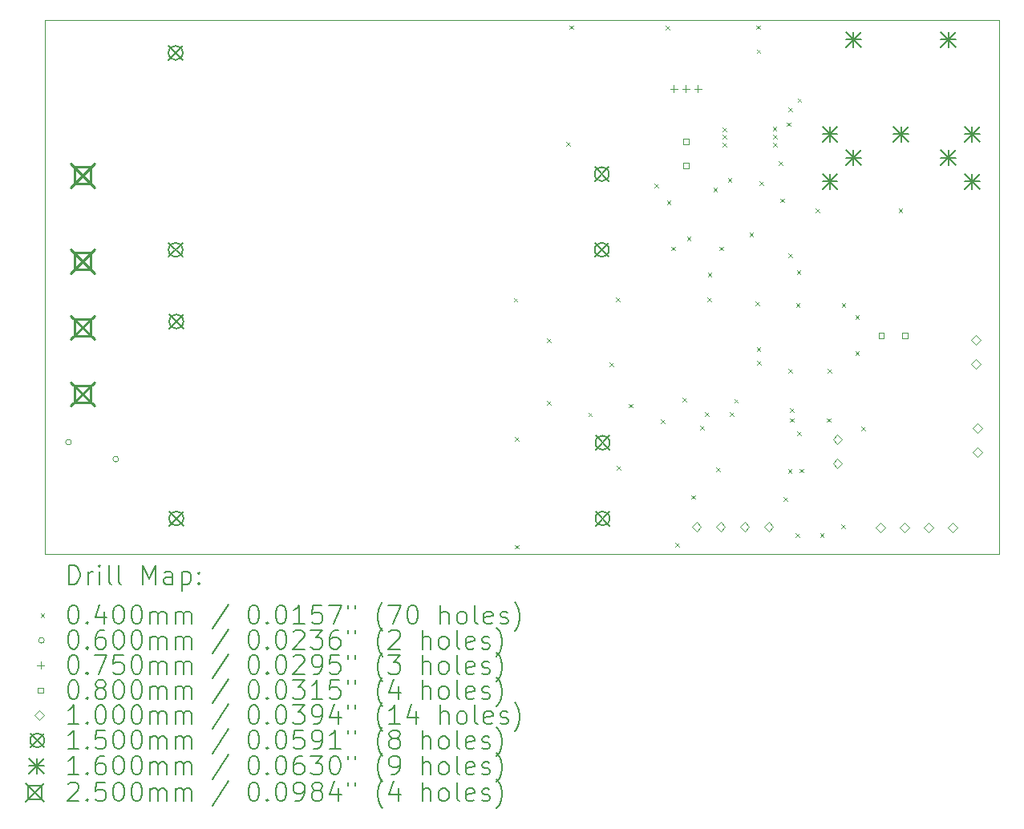
<source format=gbr>
%TF.GenerationSoftware,KiCad,Pcbnew,7.0.11-7.0.11~ubuntu22.04.1*%
%TF.CreationDate,2025-02-11T22:24:20-05:00*%
%TF.ProjectId,C64UltimatePSU,43363455-6c74-4696-9d61-74655053552e,rev?*%
%TF.SameCoordinates,Original*%
%TF.FileFunction,Drillmap*%
%TF.FilePolarity,Positive*%
%FSLAX45Y45*%
G04 Gerber Fmt 4.5, Leading zero omitted, Abs format (unit mm)*
G04 Created by KiCad (PCBNEW 7.0.11-7.0.11~ubuntu22.04.1) date 2025-02-11 22:24:20*
%MOMM*%
%LPD*%
G01*
G04 APERTURE LIST*
%ADD10C,0.100000*%
%ADD11C,0.200000*%
%ADD12C,0.150000*%
%ADD13C,0.160000*%
%ADD14C,0.250000*%
G04 APERTURE END LIST*
D10*
X9300000Y-3505200D02*
X19380200Y-3505200D01*
X19380200Y-9144000D01*
X9300000Y-9144000D01*
X9300000Y-3505200D01*
D11*
D10*
X14252260Y-6436680D02*
X14292260Y-6476680D01*
X14292260Y-6436680D02*
X14252260Y-6476680D01*
X14264960Y-7904800D02*
X14304960Y-7944800D01*
X14304960Y-7904800D02*
X14264960Y-7944800D01*
X14264960Y-9045260D02*
X14304960Y-9085260D01*
X14304960Y-9045260D02*
X14264960Y-9085260D01*
X14602900Y-7527540D02*
X14642900Y-7567540D01*
X14642900Y-7527540D02*
X14602900Y-7567540D01*
X14605440Y-6862060D02*
X14645440Y-6902060D01*
X14645440Y-6862060D02*
X14605440Y-6902060D01*
X14803440Y-4793300D02*
X14843440Y-4833300D01*
X14843440Y-4793300D02*
X14803440Y-4833300D01*
X14841540Y-3558860D02*
X14881540Y-3598860D01*
X14881540Y-3558860D02*
X14841540Y-3598860D01*
X15039660Y-7648260D02*
X15079660Y-7688260D01*
X15079660Y-7648260D02*
X15039660Y-7688260D01*
X15263180Y-7117400D02*
X15303180Y-7157400D01*
X15303180Y-7117400D02*
X15263180Y-7157400D01*
X15329220Y-6431600D02*
X15369220Y-6471600D01*
X15369220Y-6431600D02*
X15329220Y-6471600D01*
X15339380Y-8209600D02*
X15379380Y-8249600D01*
X15379380Y-8209600D02*
X15339380Y-8249600D01*
X15466380Y-7554280D02*
X15506380Y-7594280D01*
X15506380Y-7554280D02*
X15466380Y-7594280D01*
X15738160Y-5232720D02*
X15778160Y-5272720D01*
X15778160Y-5232720D02*
X15738160Y-5272720D01*
X15806740Y-7719380D02*
X15846740Y-7759380D01*
X15846740Y-7719380D02*
X15806740Y-7759380D01*
X15857540Y-3561400D02*
X15897540Y-3601400D01*
X15897540Y-3561400D02*
X15857540Y-3601400D01*
X15867700Y-5405440D02*
X15907700Y-5445440D01*
X15907700Y-5405440D02*
X15867700Y-5445440D01*
X15915960Y-5895660D02*
X15955960Y-5935660D01*
X15955960Y-5895660D02*
X15915960Y-5935660D01*
X15956600Y-9022400D02*
X15996600Y-9062400D01*
X15996600Y-9022400D02*
X15956600Y-9062400D01*
X16035340Y-7488240D02*
X16075340Y-7528240D01*
X16075340Y-7488240D02*
X16035340Y-7528240D01*
X16081060Y-5788980D02*
X16121060Y-5828980D01*
X16121060Y-5788980D02*
X16081060Y-5828980D01*
X16124240Y-8519480D02*
X16164240Y-8559480D01*
X16164240Y-8519480D02*
X16124240Y-8559480D01*
X16220760Y-7785420D02*
X16260760Y-7825420D01*
X16260760Y-7785420D02*
X16220760Y-7825420D01*
X16271560Y-7643180D02*
X16311560Y-7683180D01*
X16311560Y-7643180D02*
X16271560Y-7683180D01*
X16296960Y-6431600D02*
X16336960Y-6471600D01*
X16336960Y-6431600D02*
X16296960Y-6471600D01*
X16299500Y-6167440D02*
X16339500Y-6207440D01*
X16339500Y-6167440D02*
X16299500Y-6207440D01*
X16360460Y-5275900D02*
X16400460Y-5315900D01*
X16400460Y-5275900D02*
X16360460Y-5315900D01*
X16388400Y-8229920D02*
X16428400Y-8269920D01*
X16428400Y-8229920D02*
X16388400Y-8269920D01*
X16423960Y-5895660D02*
X16463960Y-5935660D01*
X16463960Y-5895660D02*
X16423960Y-5935660D01*
X16456980Y-4635820D02*
X16496980Y-4675820D01*
X16496980Y-4635820D02*
X16456980Y-4675820D01*
X16456980Y-4717100D02*
X16496980Y-4757100D01*
X16496980Y-4717100D02*
X16456980Y-4757100D01*
X16456980Y-4798380D02*
X16496980Y-4838380D01*
X16496980Y-4798380D02*
X16456980Y-4838380D01*
X16512860Y-5169220D02*
X16552860Y-5209220D01*
X16552860Y-5169220D02*
X16512860Y-5209220D01*
X16535720Y-7643180D02*
X16575720Y-7683180D01*
X16575720Y-7643180D02*
X16535720Y-7683180D01*
X16578900Y-7503480D02*
X16618900Y-7543480D01*
X16618900Y-7503480D02*
X16578900Y-7543480D01*
X16741460Y-5748340D02*
X16781460Y-5788340D01*
X16781460Y-5748340D02*
X16741460Y-5788340D01*
X16804960Y-6472240D02*
X16844960Y-6512240D01*
X16844960Y-6472240D02*
X16804960Y-6512240D01*
X16812580Y-3558860D02*
X16852580Y-3598860D01*
X16852580Y-3558860D02*
X16812580Y-3598860D01*
X16817660Y-3812860D02*
X16857660Y-3852860D01*
X16857660Y-3812860D02*
X16817660Y-3852860D01*
X16817660Y-6954840D02*
X16857660Y-6994840D01*
X16857660Y-6954840D02*
X16817660Y-6994840D01*
X16820200Y-7099620D02*
X16860200Y-7139620D01*
X16860200Y-7099620D02*
X16820200Y-7139620D01*
X16844253Y-5203368D02*
X16884253Y-5243368D01*
X16884253Y-5203368D02*
X16844253Y-5243368D01*
X16985300Y-4628200D02*
X17025300Y-4668200D01*
X17025300Y-4628200D02*
X16985300Y-4668200D01*
X16987840Y-4714560D02*
X17027840Y-4754560D01*
X17027840Y-4714560D02*
X16987840Y-4754560D01*
X16987840Y-4795840D02*
X17027840Y-4835840D01*
X17027840Y-4795840D02*
X16987840Y-4835840D01*
X17051340Y-4996500D02*
X17091340Y-5036500D01*
X17091340Y-4996500D02*
X17051340Y-5036500D01*
X17066580Y-5387660D02*
X17106580Y-5427660D01*
X17106580Y-5387660D02*
X17066580Y-5427660D01*
X17099600Y-8539800D02*
X17139600Y-8579800D01*
X17139600Y-8539800D02*
X17099600Y-8579800D01*
X17132620Y-4582480D02*
X17172620Y-4622480D01*
X17172620Y-4582480D02*
X17132620Y-4622480D01*
X17147860Y-8242620D02*
X17187860Y-8282620D01*
X17187860Y-8242620D02*
X17147860Y-8282620D01*
X17150400Y-4425000D02*
X17190400Y-4465000D01*
X17190400Y-4425000D02*
X17150400Y-4465000D01*
X17150400Y-5964240D02*
X17190400Y-6004240D01*
X17190400Y-5964240D02*
X17150400Y-6004240D01*
X17152940Y-7188520D02*
X17192940Y-7228520D01*
X17192940Y-7188520D02*
X17152940Y-7228520D01*
X17170720Y-7600000D02*
X17210720Y-7640000D01*
X17210720Y-7600000D02*
X17170720Y-7640000D01*
X17170720Y-7706680D02*
X17210720Y-7746680D01*
X17210720Y-7706680D02*
X17170720Y-7746680D01*
X17226600Y-8923340D02*
X17266600Y-8963340D01*
X17266600Y-8923340D02*
X17226600Y-8963340D01*
X17231680Y-6495100D02*
X17271680Y-6535100D01*
X17271680Y-6495100D02*
X17231680Y-6535100D01*
X17239300Y-6147120D02*
X17279300Y-6187120D01*
X17279300Y-6147120D02*
X17239300Y-6187120D01*
X17241840Y-7848920D02*
X17281840Y-7888920D01*
X17281840Y-7848920D02*
X17241840Y-7888920D01*
X17249460Y-4328480D02*
X17289460Y-4368480D01*
X17289460Y-4328480D02*
X17249460Y-4368480D01*
X17270880Y-8240080D02*
X17310880Y-8280080D01*
X17310880Y-8240080D02*
X17270880Y-8280080D01*
X17439960Y-5491800D02*
X17479960Y-5531800D01*
X17479960Y-5491800D02*
X17439960Y-5531800D01*
X17485680Y-8923340D02*
X17525680Y-8963340D01*
X17525680Y-8923340D02*
X17485680Y-8963340D01*
X17556800Y-7706680D02*
X17596800Y-7746680D01*
X17596800Y-7706680D02*
X17556800Y-7746680D01*
X17564420Y-7188520D02*
X17604420Y-7228520D01*
X17604420Y-7188520D02*
X17564420Y-7228520D01*
X17711740Y-8831900D02*
X17751740Y-8871900D01*
X17751740Y-8831900D02*
X17711740Y-8871900D01*
X17714280Y-6495100D02*
X17754280Y-6535100D01*
X17754280Y-6495100D02*
X17714280Y-6535100D01*
X17859060Y-6617020D02*
X17899060Y-6657020D01*
X17899060Y-6617020D02*
X17859060Y-6657020D01*
X17859060Y-6998020D02*
X17899060Y-7038020D01*
X17899060Y-6998020D02*
X17859060Y-7038020D01*
X17920020Y-7798120D02*
X17960020Y-7838120D01*
X17960020Y-7798120D02*
X17920020Y-7838120D01*
X18316260Y-5491800D02*
X18356260Y-5531800D01*
X18356260Y-5491800D02*
X18316260Y-5531800D01*
X9580000Y-7960000D02*
G75*
G03*
X9520000Y-7960000I-30000J0D01*
G01*
X9520000Y-7960000D02*
G75*
G03*
X9580000Y-7960000I30000J0D01*
G01*
X10080000Y-8140000D02*
G75*
G03*
X10020000Y-8140000I-30000J0D01*
G01*
X10020000Y-8140000D02*
G75*
G03*
X10080000Y-8140000I30000J0D01*
G01*
X15941040Y-4191600D02*
X15941040Y-4266600D01*
X15903540Y-4229100D02*
X15978540Y-4229100D01*
X16068040Y-4191600D02*
X16068040Y-4266600D01*
X16030540Y-4229100D02*
X16105540Y-4229100D01*
X16195040Y-4191600D02*
X16195040Y-4266600D01*
X16157540Y-4229100D02*
X16232540Y-4229100D01*
X16098864Y-4815105D02*
X16098864Y-4758536D01*
X16042295Y-4758536D01*
X16042295Y-4815105D01*
X16098864Y-4815105D01*
X16098864Y-5065105D02*
X16098864Y-5008536D01*
X16042295Y-5008536D01*
X16042295Y-5065105D01*
X16098864Y-5065105D01*
X18159947Y-6863424D02*
X18159947Y-6806855D01*
X18103378Y-6806855D01*
X18103378Y-6863424D01*
X18159947Y-6863424D01*
X18409947Y-6863424D02*
X18409947Y-6806855D01*
X18353378Y-6806855D01*
X18353378Y-6863424D01*
X18409947Y-6863424D01*
X16180800Y-8901900D02*
X16230800Y-8851900D01*
X16180800Y-8801900D01*
X16130800Y-8851900D01*
X16180800Y-8901900D01*
X16434800Y-8901900D02*
X16484800Y-8851900D01*
X16434800Y-8801900D01*
X16384800Y-8851900D01*
X16434800Y-8901900D01*
X16688800Y-8901900D02*
X16738800Y-8851900D01*
X16688800Y-8801900D01*
X16638800Y-8851900D01*
X16688800Y-8901900D01*
X16942800Y-8901900D02*
X16992800Y-8851900D01*
X16942800Y-8801900D01*
X16892800Y-8851900D01*
X16942800Y-8901900D01*
X17670780Y-7982420D02*
X17720780Y-7932420D01*
X17670780Y-7882420D01*
X17620780Y-7932420D01*
X17670780Y-7982420D01*
X17670780Y-8236420D02*
X17720780Y-8186420D01*
X17670780Y-8136420D01*
X17620780Y-8186420D01*
X17670780Y-8236420D01*
X18121900Y-8914600D02*
X18171900Y-8864600D01*
X18121900Y-8814600D01*
X18071900Y-8864600D01*
X18121900Y-8914600D01*
X18375900Y-8914600D02*
X18425900Y-8864600D01*
X18375900Y-8814600D01*
X18325900Y-8864600D01*
X18375900Y-8914600D01*
X18629900Y-8914600D02*
X18679900Y-8864600D01*
X18629900Y-8814600D01*
X18579900Y-8864600D01*
X18629900Y-8914600D01*
X18883900Y-8914600D02*
X18933900Y-8864600D01*
X18883900Y-8814600D01*
X18833900Y-8864600D01*
X18883900Y-8914600D01*
X19133820Y-6932900D02*
X19183820Y-6882900D01*
X19133820Y-6832900D01*
X19083820Y-6882900D01*
X19133820Y-6932900D01*
X19133820Y-7186900D02*
X19183820Y-7136900D01*
X19133820Y-7086900D01*
X19083820Y-7136900D01*
X19133820Y-7186900D01*
X19146520Y-7863040D02*
X19196520Y-7813040D01*
X19146520Y-7763040D01*
X19096520Y-7813040D01*
X19146520Y-7863040D01*
X19146520Y-8117040D02*
X19196520Y-8067040D01*
X19146520Y-8017040D01*
X19096520Y-8067040D01*
X19146520Y-8117040D01*
D12*
X10606620Y-3773550D02*
X10756620Y-3923550D01*
X10756620Y-3773550D02*
X10606620Y-3923550D01*
X10756620Y-3848550D02*
G75*
G03*
X10606620Y-3848550I-75000J0D01*
G01*
X10606620Y-3848550D02*
G75*
G03*
X10756620Y-3848550I75000J0D01*
G01*
X10606620Y-5853550D02*
X10756620Y-6003550D01*
X10756620Y-5853550D02*
X10606620Y-6003550D01*
X10756620Y-5928550D02*
G75*
G03*
X10606620Y-5928550I-75000J0D01*
G01*
X10606620Y-5928550D02*
G75*
G03*
X10756620Y-5928550I75000J0D01*
G01*
X10614240Y-6610730D02*
X10764240Y-6760730D01*
X10764240Y-6610730D02*
X10614240Y-6760730D01*
X10764240Y-6685730D02*
G75*
G03*
X10614240Y-6685730I-75000J0D01*
G01*
X10614240Y-6685730D02*
G75*
G03*
X10764240Y-6685730I75000J0D01*
G01*
X10614240Y-8690730D02*
X10764240Y-8840730D01*
X10764240Y-8690730D02*
X10614240Y-8840730D01*
X10764240Y-8765730D02*
G75*
G03*
X10614240Y-8765730I-75000J0D01*
G01*
X10614240Y-8765730D02*
G75*
G03*
X10764240Y-8765730I75000J0D01*
G01*
X15106620Y-5053550D02*
X15256620Y-5203550D01*
X15256620Y-5053550D02*
X15106620Y-5203550D01*
X15256620Y-5128550D02*
G75*
G03*
X15106620Y-5128550I-75000J0D01*
G01*
X15106620Y-5128550D02*
G75*
G03*
X15256620Y-5128550I75000J0D01*
G01*
X15106620Y-5853550D02*
X15256620Y-6003550D01*
X15256620Y-5853550D02*
X15106620Y-6003550D01*
X15256620Y-5928550D02*
G75*
G03*
X15106620Y-5928550I-75000J0D01*
G01*
X15106620Y-5928550D02*
G75*
G03*
X15256620Y-5928550I75000J0D01*
G01*
X15114240Y-7890730D02*
X15264240Y-8040730D01*
X15264240Y-7890730D02*
X15114240Y-8040730D01*
X15264240Y-7965730D02*
G75*
G03*
X15114240Y-7965730I-75000J0D01*
G01*
X15114240Y-7965730D02*
G75*
G03*
X15264240Y-7965730I75000J0D01*
G01*
X15114240Y-8690730D02*
X15264240Y-8840730D01*
X15264240Y-8690730D02*
X15114240Y-8840730D01*
X15264240Y-8765730D02*
G75*
G03*
X15114240Y-8765730I-75000J0D01*
G01*
X15114240Y-8765730D02*
G75*
G03*
X15264240Y-8765730I75000J0D01*
G01*
D13*
X17510070Y-4627780D02*
X17670070Y-4787780D01*
X17670070Y-4627780D02*
X17510070Y-4787780D01*
X17590070Y-4627780D02*
X17590070Y-4787780D01*
X17510070Y-4707780D02*
X17670070Y-4707780D01*
X17510070Y-5127780D02*
X17670070Y-5287780D01*
X17670070Y-5127780D02*
X17510070Y-5287780D01*
X17590070Y-5127780D02*
X17590070Y-5287780D01*
X17510070Y-5207780D02*
X17670070Y-5207780D01*
X17760070Y-3627780D02*
X17920070Y-3787780D01*
X17920070Y-3627780D02*
X17760070Y-3787780D01*
X17840070Y-3627780D02*
X17840070Y-3787780D01*
X17760070Y-3707780D02*
X17920070Y-3707780D01*
X17760070Y-4877780D02*
X17920070Y-5037780D01*
X17920070Y-4877780D02*
X17760070Y-5037780D01*
X17840070Y-4877780D02*
X17840070Y-5037780D01*
X17760070Y-4957780D02*
X17920070Y-4957780D01*
X18260070Y-4627780D02*
X18420070Y-4787780D01*
X18420070Y-4627780D02*
X18260070Y-4787780D01*
X18340070Y-4627780D02*
X18340070Y-4787780D01*
X18260070Y-4707780D02*
X18420070Y-4707780D01*
X18760070Y-3627780D02*
X18920070Y-3787780D01*
X18920070Y-3627780D02*
X18760070Y-3787780D01*
X18840070Y-3627780D02*
X18840070Y-3787780D01*
X18760070Y-3707780D02*
X18920070Y-3707780D01*
X18760070Y-4877780D02*
X18920070Y-5037780D01*
X18920070Y-4877780D02*
X18760070Y-5037780D01*
X18840070Y-4877780D02*
X18840070Y-5037780D01*
X18760070Y-4957780D02*
X18920070Y-4957780D01*
X19010070Y-4627780D02*
X19170070Y-4787780D01*
X19170070Y-4627780D02*
X19010070Y-4787780D01*
X19090070Y-4627780D02*
X19090070Y-4787780D01*
X19010070Y-4707780D02*
X19170070Y-4707780D01*
X19010070Y-5127780D02*
X19170070Y-5287780D01*
X19170070Y-5127780D02*
X19010070Y-5287780D01*
X19090070Y-5127780D02*
X19090070Y-5287780D01*
X19010070Y-5207780D02*
X19170070Y-5207780D01*
D14*
X9575000Y-5018500D02*
X9825000Y-5268500D01*
X9825000Y-5018500D02*
X9575000Y-5268500D01*
X9788389Y-5231889D02*
X9788389Y-5055111D01*
X9611611Y-5055111D01*
X9611611Y-5231889D01*
X9788389Y-5231889D01*
X9575000Y-5925000D02*
X9825000Y-6175000D01*
X9825000Y-5925000D02*
X9575000Y-6175000D01*
X9788389Y-6138389D02*
X9788389Y-5961611D01*
X9611611Y-5961611D01*
X9611611Y-6138389D01*
X9788389Y-6138389D01*
X9575000Y-6625000D02*
X9825000Y-6875000D01*
X9825000Y-6625000D02*
X9575000Y-6875000D01*
X9788389Y-6838389D02*
X9788389Y-6661611D01*
X9611611Y-6661611D01*
X9611611Y-6838389D01*
X9788389Y-6838389D01*
X9575000Y-7325000D02*
X9825000Y-7575000D01*
X9825000Y-7325000D02*
X9575000Y-7575000D01*
X9788389Y-7538389D02*
X9788389Y-7361611D01*
X9611611Y-7361611D01*
X9611611Y-7538389D01*
X9788389Y-7538389D01*
D11*
X9555777Y-9460484D02*
X9555777Y-9260484D01*
X9555777Y-9260484D02*
X9603396Y-9260484D01*
X9603396Y-9260484D02*
X9631967Y-9270008D01*
X9631967Y-9270008D02*
X9651015Y-9289055D01*
X9651015Y-9289055D02*
X9660539Y-9308103D01*
X9660539Y-9308103D02*
X9670063Y-9346198D01*
X9670063Y-9346198D02*
X9670063Y-9374770D01*
X9670063Y-9374770D02*
X9660539Y-9412865D01*
X9660539Y-9412865D02*
X9651015Y-9431912D01*
X9651015Y-9431912D02*
X9631967Y-9450960D01*
X9631967Y-9450960D02*
X9603396Y-9460484D01*
X9603396Y-9460484D02*
X9555777Y-9460484D01*
X9755777Y-9460484D02*
X9755777Y-9327150D01*
X9755777Y-9365246D02*
X9765301Y-9346198D01*
X9765301Y-9346198D02*
X9774824Y-9336674D01*
X9774824Y-9336674D02*
X9793872Y-9327150D01*
X9793872Y-9327150D02*
X9812920Y-9327150D01*
X9879586Y-9460484D02*
X9879586Y-9327150D01*
X9879586Y-9260484D02*
X9870063Y-9270008D01*
X9870063Y-9270008D02*
X9879586Y-9279531D01*
X9879586Y-9279531D02*
X9889110Y-9270008D01*
X9889110Y-9270008D02*
X9879586Y-9260484D01*
X9879586Y-9260484D02*
X9879586Y-9279531D01*
X10003396Y-9460484D02*
X9984348Y-9450960D01*
X9984348Y-9450960D02*
X9974824Y-9431912D01*
X9974824Y-9431912D02*
X9974824Y-9260484D01*
X10108158Y-9460484D02*
X10089110Y-9450960D01*
X10089110Y-9450960D02*
X10079586Y-9431912D01*
X10079586Y-9431912D02*
X10079586Y-9260484D01*
X10336729Y-9460484D02*
X10336729Y-9260484D01*
X10336729Y-9260484D02*
X10403396Y-9403341D01*
X10403396Y-9403341D02*
X10470063Y-9260484D01*
X10470063Y-9260484D02*
X10470063Y-9460484D01*
X10651015Y-9460484D02*
X10651015Y-9355722D01*
X10651015Y-9355722D02*
X10641491Y-9336674D01*
X10641491Y-9336674D02*
X10622444Y-9327150D01*
X10622444Y-9327150D02*
X10584348Y-9327150D01*
X10584348Y-9327150D02*
X10565301Y-9336674D01*
X10651015Y-9450960D02*
X10631967Y-9460484D01*
X10631967Y-9460484D02*
X10584348Y-9460484D01*
X10584348Y-9460484D02*
X10565301Y-9450960D01*
X10565301Y-9450960D02*
X10555777Y-9431912D01*
X10555777Y-9431912D02*
X10555777Y-9412865D01*
X10555777Y-9412865D02*
X10565301Y-9393817D01*
X10565301Y-9393817D02*
X10584348Y-9384293D01*
X10584348Y-9384293D02*
X10631967Y-9384293D01*
X10631967Y-9384293D02*
X10651015Y-9374770D01*
X10746253Y-9327150D02*
X10746253Y-9527150D01*
X10746253Y-9336674D02*
X10765301Y-9327150D01*
X10765301Y-9327150D02*
X10803396Y-9327150D01*
X10803396Y-9327150D02*
X10822444Y-9336674D01*
X10822444Y-9336674D02*
X10831967Y-9346198D01*
X10831967Y-9346198D02*
X10841491Y-9365246D01*
X10841491Y-9365246D02*
X10841491Y-9422389D01*
X10841491Y-9422389D02*
X10831967Y-9441436D01*
X10831967Y-9441436D02*
X10822444Y-9450960D01*
X10822444Y-9450960D02*
X10803396Y-9460484D01*
X10803396Y-9460484D02*
X10765301Y-9460484D01*
X10765301Y-9460484D02*
X10746253Y-9450960D01*
X10927205Y-9441436D02*
X10936729Y-9450960D01*
X10936729Y-9450960D02*
X10927205Y-9460484D01*
X10927205Y-9460484D02*
X10917682Y-9450960D01*
X10917682Y-9450960D02*
X10927205Y-9441436D01*
X10927205Y-9441436D02*
X10927205Y-9460484D01*
X10927205Y-9336674D02*
X10936729Y-9346198D01*
X10936729Y-9346198D02*
X10927205Y-9355722D01*
X10927205Y-9355722D02*
X10917682Y-9346198D01*
X10917682Y-9346198D02*
X10927205Y-9336674D01*
X10927205Y-9336674D02*
X10927205Y-9355722D01*
D10*
X9255000Y-9769000D02*
X9295000Y-9809000D01*
X9295000Y-9769000D02*
X9255000Y-9809000D01*
D11*
X9593872Y-9680484D02*
X9612920Y-9680484D01*
X9612920Y-9680484D02*
X9631967Y-9690008D01*
X9631967Y-9690008D02*
X9641491Y-9699531D01*
X9641491Y-9699531D02*
X9651015Y-9718579D01*
X9651015Y-9718579D02*
X9660539Y-9756674D01*
X9660539Y-9756674D02*
X9660539Y-9804293D01*
X9660539Y-9804293D02*
X9651015Y-9842389D01*
X9651015Y-9842389D02*
X9641491Y-9861436D01*
X9641491Y-9861436D02*
X9631967Y-9870960D01*
X9631967Y-9870960D02*
X9612920Y-9880484D01*
X9612920Y-9880484D02*
X9593872Y-9880484D01*
X9593872Y-9880484D02*
X9574824Y-9870960D01*
X9574824Y-9870960D02*
X9565301Y-9861436D01*
X9565301Y-9861436D02*
X9555777Y-9842389D01*
X9555777Y-9842389D02*
X9546253Y-9804293D01*
X9546253Y-9804293D02*
X9546253Y-9756674D01*
X9546253Y-9756674D02*
X9555777Y-9718579D01*
X9555777Y-9718579D02*
X9565301Y-9699531D01*
X9565301Y-9699531D02*
X9574824Y-9690008D01*
X9574824Y-9690008D02*
X9593872Y-9680484D01*
X9746253Y-9861436D02*
X9755777Y-9870960D01*
X9755777Y-9870960D02*
X9746253Y-9880484D01*
X9746253Y-9880484D02*
X9736729Y-9870960D01*
X9736729Y-9870960D02*
X9746253Y-9861436D01*
X9746253Y-9861436D02*
X9746253Y-9880484D01*
X9927205Y-9747150D02*
X9927205Y-9880484D01*
X9879586Y-9670960D02*
X9831967Y-9813817D01*
X9831967Y-9813817D02*
X9955777Y-9813817D01*
X10070063Y-9680484D02*
X10089110Y-9680484D01*
X10089110Y-9680484D02*
X10108158Y-9690008D01*
X10108158Y-9690008D02*
X10117682Y-9699531D01*
X10117682Y-9699531D02*
X10127205Y-9718579D01*
X10127205Y-9718579D02*
X10136729Y-9756674D01*
X10136729Y-9756674D02*
X10136729Y-9804293D01*
X10136729Y-9804293D02*
X10127205Y-9842389D01*
X10127205Y-9842389D02*
X10117682Y-9861436D01*
X10117682Y-9861436D02*
X10108158Y-9870960D01*
X10108158Y-9870960D02*
X10089110Y-9880484D01*
X10089110Y-9880484D02*
X10070063Y-9880484D01*
X10070063Y-9880484D02*
X10051015Y-9870960D01*
X10051015Y-9870960D02*
X10041491Y-9861436D01*
X10041491Y-9861436D02*
X10031967Y-9842389D01*
X10031967Y-9842389D02*
X10022444Y-9804293D01*
X10022444Y-9804293D02*
X10022444Y-9756674D01*
X10022444Y-9756674D02*
X10031967Y-9718579D01*
X10031967Y-9718579D02*
X10041491Y-9699531D01*
X10041491Y-9699531D02*
X10051015Y-9690008D01*
X10051015Y-9690008D02*
X10070063Y-9680484D01*
X10260539Y-9680484D02*
X10279586Y-9680484D01*
X10279586Y-9680484D02*
X10298634Y-9690008D01*
X10298634Y-9690008D02*
X10308158Y-9699531D01*
X10308158Y-9699531D02*
X10317682Y-9718579D01*
X10317682Y-9718579D02*
X10327205Y-9756674D01*
X10327205Y-9756674D02*
X10327205Y-9804293D01*
X10327205Y-9804293D02*
X10317682Y-9842389D01*
X10317682Y-9842389D02*
X10308158Y-9861436D01*
X10308158Y-9861436D02*
X10298634Y-9870960D01*
X10298634Y-9870960D02*
X10279586Y-9880484D01*
X10279586Y-9880484D02*
X10260539Y-9880484D01*
X10260539Y-9880484D02*
X10241491Y-9870960D01*
X10241491Y-9870960D02*
X10231967Y-9861436D01*
X10231967Y-9861436D02*
X10222444Y-9842389D01*
X10222444Y-9842389D02*
X10212920Y-9804293D01*
X10212920Y-9804293D02*
X10212920Y-9756674D01*
X10212920Y-9756674D02*
X10222444Y-9718579D01*
X10222444Y-9718579D02*
X10231967Y-9699531D01*
X10231967Y-9699531D02*
X10241491Y-9690008D01*
X10241491Y-9690008D02*
X10260539Y-9680484D01*
X10412920Y-9880484D02*
X10412920Y-9747150D01*
X10412920Y-9766198D02*
X10422444Y-9756674D01*
X10422444Y-9756674D02*
X10441491Y-9747150D01*
X10441491Y-9747150D02*
X10470063Y-9747150D01*
X10470063Y-9747150D02*
X10489110Y-9756674D01*
X10489110Y-9756674D02*
X10498634Y-9775722D01*
X10498634Y-9775722D02*
X10498634Y-9880484D01*
X10498634Y-9775722D02*
X10508158Y-9756674D01*
X10508158Y-9756674D02*
X10527205Y-9747150D01*
X10527205Y-9747150D02*
X10555777Y-9747150D01*
X10555777Y-9747150D02*
X10574825Y-9756674D01*
X10574825Y-9756674D02*
X10584348Y-9775722D01*
X10584348Y-9775722D02*
X10584348Y-9880484D01*
X10679586Y-9880484D02*
X10679586Y-9747150D01*
X10679586Y-9766198D02*
X10689110Y-9756674D01*
X10689110Y-9756674D02*
X10708158Y-9747150D01*
X10708158Y-9747150D02*
X10736729Y-9747150D01*
X10736729Y-9747150D02*
X10755777Y-9756674D01*
X10755777Y-9756674D02*
X10765301Y-9775722D01*
X10765301Y-9775722D02*
X10765301Y-9880484D01*
X10765301Y-9775722D02*
X10774825Y-9756674D01*
X10774825Y-9756674D02*
X10793872Y-9747150D01*
X10793872Y-9747150D02*
X10822444Y-9747150D01*
X10822444Y-9747150D02*
X10841491Y-9756674D01*
X10841491Y-9756674D02*
X10851015Y-9775722D01*
X10851015Y-9775722D02*
X10851015Y-9880484D01*
X11241491Y-9670960D02*
X11070063Y-9928103D01*
X11498634Y-9680484D02*
X11517682Y-9680484D01*
X11517682Y-9680484D02*
X11536729Y-9690008D01*
X11536729Y-9690008D02*
X11546253Y-9699531D01*
X11546253Y-9699531D02*
X11555777Y-9718579D01*
X11555777Y-9718579D02*
X11565301Y-9756674D01*
X11565301Y-9756674D02*
X11565301Y-9804293D01*
X11565301Y-9804293D02*
X11555777Y-9842389D01*
X11555777Y-9842389D02*
X11546253Y-9861436D01*
X11546253Y-9861436D02*
X11536729Y-9870960D01*
X11536729Y-9870960D02*
X11517682Y-9880484D01*
X11517682Y-9880484D02*
X11498634Y-9880484D01*
X11498634Y-9880484D02*
X11479586Y-9870960D01*
X11479586Y-9870960D02*
X11470063Y-9861436D01*
X11470063Y-9861436D02*
X11460539Y-9842389D01*
X11460539Y-9842389D02*
X11451015Y-9804293D01*
X11451015Y-9804293D02*
X11451015Y-9756674D01*
X11451015Y-9756674D02*
X11460539Y-9718579D01*
X11460539Y-9718579D02*
X11470063Y-9699531D01*
X11470063Y-9699531D02*
X11479586Y-9690008D01*
X11479586Y-9690008D02*
X11498634Y-9680484D01*
X11651015Y-9861436D02*
X11660539Y-9870960D01*
X11660539Y-9870960D02*
X11651015Y-9880484D01*
X11651015Y-9880484D02*
X11641491Y-9870960D01*
X11641491Y-9870960D02*
X11651015Y-9861436D01*
X11651015Y-9861436D02*
X11651015Y-9880484D01*
X11784348Y-9680484D02*
X11803396Y-9680484D01*
X11803396Y-9680484D02*
X11822444Y-9690008D01*
X11822444Y-9690008D02*
X11831967Y-9699531D01*
X11831967Y-9699531D02*
X11841491Y-9718579D01*
X11841491Y-9718579D02*
X11851015Y-9756674D01*
X11851015Y-9756674D02*
X11851015Y-9804293D01*
X11851015Y-9804293D02*
X11841491Y-9842389D01*
X11841491Y-9842389D02*
X11831967Y-9861436D01*
X11831967Y-9861436D02*
X11822444Y-9870960D01*
X11822444Y-9870960D02*
X11803396Y-9880484D01*
X11803396Y-9880484D02*
X11784348Y-9880484D01*
X11784348Y-9880484D02*
X11765301Y-9870960D01*
X11765301Y-9870960D02*
X11755777Y-9861436D01*
X11755777Y-9861436D02*
X11746253Y-9842389D01*
X11746253Y-9842389D02*
X11736729Y-9804293D01*
X11736729Y-9804293D02*
X11736729Y-9756674D01*
X11736729Y-9756674D02*
X11746253Y-9718579D01*
X11746253Y-9718579D02*
X11755777Y-9699531D01*
X11755777Y-9699531D02*
X11765301Y-9690008D01*
X11765301Y-9690008D02*
X11784348Y-9680484D01*
X12041491Y-9880484D02*
X11927206Y-9880484D01*
X11984348Y-9880484D02*
X11984348Y-9680484D01*
X11984348Y-9680484D02*
X11965301Y-9709055D01*
X11965301Y-9709055D02*
X11946253Y-9728103D01*
X11946253Y-9728103D02*
X11927206Y-9737627D01*
X12222444Y-9680484D02*
X12127206Y-9680484D01*
X12127206Y-9680484D02*
X12117682Y-9775722D01*
X12117682Y-9775722D02*
X12127206Y-9766198D01*
X12127206Y-9766198D02*
X12146253Y-9756674D01*
X12146253Y-9756674D02*
X12193872Y-9756674D01*
X12193872Y-9756674D02*
X12212920Y-9766198D01*
X12212920Y-9766198D02*
X12222444Y-9775722D01*
X12222444Y-9775722D02*
X12231967Y-9794770D01*
X12231967Y-9794770D02*
X12231967Y-9842389D01*
X12231967Y-9842389D02*
X12222444Y-9861436D01*
X12222444Y-9861436D02*
X12212920Y-9870960D01*
X12212920Y-9870960D02*
X12193872Y-9880484D01*
X12193872Y-9880484D02*
X12146253Y-9880484D01*
X12146253Y-9880484D02*
X12127206Y-9870960D01*
X12127206Y-9870960D02*
X12117682Y-9861436D01*
X12298634Y-9680484D02*
X12431967Y-9680484D01*
X12431967Y-9680484D02*
X12346253Y-9880484D01*
X12498634Y-9680484D02*
X12498634Y-9718579D01*
X12574825Y-9680484D02*
X12574825Y-9718579D01*
X12870063Y-9956674D02*
X12860539Y-9947150D01*
X12860539Y-9947150D02*
X12841491Y-9918579D01*
X12841491Y-9918579D02*
X12831968Y-9899531D01*
X12831968Y-9899531D02*
X12822444Y-9870960D01*
X12822444Y-9870960D02*
X12812920Y-9823341D01*
X12812920Y-9823341D02*
X12812920Y-9785246D01*
X12812920Y-9785246D02*
X12822444Y-9737627D01*
X12822444Y-9737627D02*
X12831968Y-9709055D01*
X12831968Y-9709055D02*
X12841491Y-9690008D01*
X12841491Y-9690008D02*
X12860539Y-9661436D01*
X12860539Y-9661436D02*
X12870063Y-9651912D01*
X12927206Y-9680484D02*
X13060539Y-9680484D01*
X13060539Y-9680484D02*
X12974825Y-9880484D01*
X13174825Y-9680484D02*
X13193872Y-9680484D01*
X13193872Y-9680484D02*
X13212920Y-9690008D01*
X13212920Y-9690008D02*
X13222444Y-9699531D01*
X13222444Y-9699531D02*
X13231968Y-9718579D01*
X13231968Y-9718579D02*
X13241491Y-9756674D01*
X13241491Y-9756674D02*
X13241491Y-9804293D01*
X13241491Y-9804293D02*
X13231968Y-9842389D01*
X13231968Y-9842389D02*
X13222444Y-9861436D01*
X13222444Y-9861436D02*
X13212920Y-9870960D01*
X13212920Y-9870960D02*
X13193872Y-9880484D01*
X13193872Y-9880484D02*
X13174825Y-9880484D01*
X13174825Y-9880484D02*
X13155777Y-9870960D01*
X13155777Y-9870960D02*
X13146253Y-9861436D01*
X13146253Y-9861436D02*
X13136729Y-9842389D01*
X13136729Y-9842389D02*
X13127206Y-9804293D01*
X13127206Y-9804293D02*
X13127206Y-9756674D01*
X13127206Y-9756674D02*
X13136729Y-9718579D01*
X13136729Y-9718579D02*
X13146253Y-9699531D01*
X13146253Y-9699531D02*
X13155777Y-9690008D01*
X13155777Y-9690008D02*
X13174825Y-9680484D01*
X13479587Y-9880484D02*
X13479587Y-9680484D01*
X13565301Y-9880484D02*
X13565301Y-9775722D01*
X13565301Y-9775722D02*
X13555777Y-9756674D01*
X13555777Y-9756674D02*
X13536730Y-9747150D01*
X13536730Y-9747150D02*
X13508158Y-9747150D01*
X13508158Y-9747150D02*
X13489110Y-9756674D01*
X13489110Y-9756674D02*
X13479587Y-9766198D01*
X13689110Y-9880484D02*
X13670063Y-9870960D01*
X13670063Y-9870960D02*
X13660539Y-9861436D01*
X13660539Y-9861436D02*
X13651015Y-9842389D01*
X13651015Y-9842389D02*
X13651015Y-9785246D01*
X13651015Y-9785246D02*
X13660539Y-9766198D01*
X13660539Y-9766198D02*
X13670063Y-9756674D01*
X13670063Y-9756674D02*
X13689110Y-9747150D01*
X13689110Y-9747150D02*
X13717682Y-9747150D01*
X13717682Y-9747150D02*
X13736730Y-9756674D01*
X13736730Y-9756674D02*
X13746253Y-9766198D01*
X13746253Y-9766198D02*
X13755777Y-9785246D01*
X13755777Y-9785246D02*
X13755777Y-9842389D01*
X13755777Y-9842389D02*
X13746253Y-9861436D01*
X13746253Y-9861436D02*
X13736730Y-9870960D01*
X13736730Y-9870960D02*
X13717682Y-9880484D01*
X13717682Y-9880484D02*
X13689110Y-9880484D01*
X13870063Y-9880484D02*
X13851015Y-9870960D01*
X13851015Y-9870960D02*
X13841491Y-9851912D01*
X13841491Y-9851912D02*
X13841491Y-9680484D01*
X14022444Y-9870960D02*
X14003396Y-9880484D01*
X14003396Y-9880484D02*
X13965301Y-9880484D01*
X13965301Y-9880484D02*
X13946253Y-9870960D01*
X13946253Y-9870960D02*
X13936730Y-9851912D01*
X13936730Y-9851912D02*
X13936730Y-9775722D01*
X13936730Y-9775722D02*
X13946253Y-9756674D01*
X13946253Y-9756674D02*
X13965301Y-9747150D01*
X13965301Y-9747150D02*
X14003396Y-9747150D01*
X14003396Y-9747150D02*
X14022444Y-9756674D01*
X14022444Y-9756674D02*
X14031968Y-9775722D01*
X14031968Y-9775722D02*
X14031968Y-9794770D01*
X14031968Y-9794770D02*
X13936730Y-9813817D01*
X14108158Y-9870960D02*
X14127206Y-9880484D01*
X14127206Y-9880484D02*
X14165301Y-9880484D01*
X14165301Y-9880484D02*
X14184349Y-9870960D01*
X14184349Y-9870960D02*
X14193872Y-9851912D01*
X14193872Y-9851912D02*
X14193872Y-9842389D01*
X14193872Y-9842389D02*
X14184349Y-9823341D01*
X14184349Y-9823341D02*
X14165301Y-9813817D01*
X14165301Y-9813817D02*
X14136730Y-9813817D01*
X14136730Y-9813817D02*
X14117682Y-9804293D01*
X14117682Y-9804293D02*
X14108158Y-9785246D01*
X14108158Y-9785246D02*
X14108158Y-9775722D01*
X14108158Y-9775722D02*
X14117682Y-9756674D01*
X14117682Y-9756674D02*
X14136730Y-9747150D01*
X14136730Y-9747150D02*
X14165301Y-9747150D01*
X14165301Y-9747150D02*
X14184349Y-9756674D01*
X14260539Y-9956674D02*
X14270063Y-9947150D01*
X14270063Y-9947150D02*
X14289111Y-9918579D01*
X14289111Y-9918579D02*
X14298634Y-9899531D01*
X14298634Y-9899531D02*
X14308158Y-9870960D01*
X14308158Y-9870960D02*
X14317682Y-9823341D01*
X14317682Y-9823341D02*
X14317682Y-9785246D01*
X14317682Y-9785246D02*
X14308158Y-9737627D01*
X14308158Y-9737627D02*
X14298634Y-9709055D01*
X14298634Y-9709055D02*
X14289111Y-9690008D01*
X14289111Y-9690008D02*
X14270063Y-9661436D01*
X14270063Y-9661436D02*
X14260539Y-9651912D01*
D10*
X9295000Y-10053000D02*
G75*
G03*
X9235000Y-10053000I-30000J0D01*
G01*
X9235000Y-10053000D02*
G75*
G03*
X9295000Y-10053000I30000J0D01*
G01*
D11*
X9593872Y-9944484D02*
X9612920Y-9944484D01*
X9612920Y-9944484D02*
X9631967Y-9954008D01*
X9631967Y-9954008D02*
X9641491Y-9963531D01*
X9641491Y-9963531D02*
X9651015Y-9982579D01*
X9651015Y-9982579D02*
X9660539Y-10020674D01*
X9660539Y-10020674D02*
X9660539Y-10068293D01*
X9660539Y-10068293D02*
X9651015Y-10106389D01*
X9651015Y-10106389D02*
X9641491Y-10125436D01*
X9641491Y-10125436D02*
X9631967Y-10134960D01*
X9631967Y-10134960D02*
X9612920Y-10144484D01*
X9612920Y-10144484D02*
X9593872Y-10144484D01*
X9593872Y-10144484D02*
X9574824Y-10134960D01*
X9574824Y-10134960D02*
X9565301Y-10125436D01*
X9565301Y-10125436D02*
X9555777Y-10106389D01*
X9555777Y-10106389D02*
X9546253Y-10068293D01*
X9546253Y-10068293D02*
X9546253Y-10020674D01*
X9546253Y-10020674D02*
X9555777Y-9982579D01*
X9555777Y-9982579D02*
X9565301Y-9963531D01*
X9565301Y-9963531D02*
X9574824Y-9954008D01*
X9574824Y-9954008D02*
X9593872Y-9944484D01*
X9746253Y-10125436D02*
X9755777Y-10134960D01*
X9755777Y-10134960D02*
X9746253Y-10144484D01*
X9746253Y-10144484D02*
X9736729Y-10134960D01*
X9736729Y-10134960D02*
X9746253Y-10125436D01*
X9746253Y-10125436D02*
X9746253Y-10144484D01*
X9927205Y-9944484D02*
X9889110Y-9944484D01*
X9889110Y-9944484D02*
X9870063Y-9954008D01*
X9870063Y-9954008D02*
X9860539Y-9963531D01*
X9860539Y-9963531D02*
X9841491Y-9992103D01*
X9841491Y-9992103D02*
X9831967Y-10030198D01*
X9831967Y-10030198D02*
X9831967Y-10106389D01*
X9831967Y-10106389D02*
X9841491Y-10125436D01*
X9841491Y-10125436D02*
X9851015Y-10134960D01*
X9851015Y-10134960D02*
X9870063Y-10144484D01*
X9870063Y-10144484D02*
X9908158Y-10144484D01*
X9908158Y-10144484D02*
X9927205Y-10134960D01*
X9927205Y-10134960D02*
X9936729Y-10125436D01*
X9936729Y-10125436D02*
X9946253Y-10106389D01*
X9946253Y-10106389D02*
X9946253Y-10058770D01*
X9946253Y-10058770D02*
X9936729Y-10039722D01*
X9936729Y-10039722D02*
X9927205Y-10030198D01*
X9927205Y-10030198D02*
X9908158Y-10020674D01*
X9908158Y-10020674D02*
X9870063Y-10020674D01*
X9870063Y-10020674D02*
X9851015Y-10030198D01*
X9851015Y-10030198D02*
X9841491Y-10039722D01*
X9841491Y-10039722D02*
X9831967Y-10058770D01*
X10070063Y-9944484D02*
X10089110Y-9944484D01*
X10089110Y-9944484D02*
X10108158Y-9954008D01*
X10108158Y-9954008D02*
X10117682Y-9963531D01*
X10117682Y-9963531D02*
X10127205Y-9982579D01*
X10127205Y-9982579D02*
X10136729Y-10020674D01*
X10136729Y-10020674D02*
X10136729Y-10068293D01*
X10136729Y-10068293D02*
X10127205Y-10106389D01*
X10127205Y-10106389D02*
X10117682Y-10125436D01*
X10117682Y-10125436D02*
X10108158Y-10134960D01*
X10108158Y-10134960D02*
X10089110Y-10144484D01*
X10089110Y-10144484D02*
X10070063Y-10144484D01*
X10070063Y-10144484D02*
X10051015Y-10134960D01*
X10051015Y-10134960D02*
X10041491Y-10125436D01*
X10041491Y-10125436D02*
X10031967Y-10106389D01*
X10031967Y-10106389D02*
X10022444Y-10068293D01*
X10022444Y-10068293D02*
X10022444Y-10020674D01*
X10022444Y-10020674D02*
X10031967Y-9982579D01*
X10031967Y-9982579D02*
X10041491Y-9963531D01*
X10041491Y-9963531D02*
X10051015Y-9954008D01*
X10051015Y-9954008D02*
X10070063Y-9944484D01*
X10260539Y-9944484D02*
X10279586Y-9944484D01*
X10279586Y-9944484D02*
X10298634Y-9954008D01*
X10298634Y-9954008D02*
X10308158Y-9963531D01*
X10308158Y-9963531D02*
X10317682Y-9982579D01*
X10317682Y-9982579D02*
X10327205Y-10020674D01*
X10327205Y-10020674D02*
X10327205Y-10068293D01*
X10327205Y-10068293D02*
X10317682Y-10106389D01*
X10317682Y-10106389D02*
X10308158Y-10125436D01*
X10308158Y-10125436D02*
X10298634Y-10134960D01*
X10298634Y-10134960D02*
X10279586Y-10144484D01*
X10279586Y-10144484D02*
X10260539Y-10144484D01*
X10260539Y-10144484D02*
X10241491Y-10134960D01*
X10241491Y-10134960D02*
X10231967Y-10125436D01*
X10231967Y-10125436D02*
X10222444Y-10106389D01*
X10222444Y-10106389D02*
X10212920Y-10068293D01*
X10212920Y-10068293D02*
X10212920Y-10020674D01*
X10212920Y-10020674D02*
X10222444Y-9982579D01*
X10222444Y-9982579D02*
X10231967Y-9963531D01*
X10231967Y-9963531D02*
X10241491Y-9954008D01*
X10241491Y-9954008D02*
X10260539Y-9944484D01*
X10412920Y-10144484D02*
X10412920Y-10011150D01*
X10412920Y-10030198D02*
X10422444Y-10020674D01*
X10422444Y-10020674D02*
X10441491Y-10011150D01*
X10441491Y-10011150D02*
X10470063Y-10011150D01*
X10470063Y-10011150D02*
X10489110Y-10020674D01*
X10489110Y-10020674D02*
X10498634Y-10039722D01*
X10498634Y-10039722D02*
X10498634Y-10144484D01*
X10498634Y-10039722D02*
X10508158Y-10020674D01*
X10508158Y-10020674D02*
X10527205Y-10011150D01*
X10527205Y-10011150D02*
X10555777Y-10011150D01*
X10555777Y-10011150D02*
X10574825Y-10020674D01*
X10574825Y-10020674D02*
X10584348Y-10039722D01*
X10584348Y-10039722D02*
X10584348Y-10144484D01*
X10679586Y-10144484D02*
X10679586Y-10011150D01*
X10679586Y-10030198D02*
X10689110Y-10020674D01*
X10689110Y-10020674D02*
X10708158Y-10011150D01*
X10708158Y-10011150D02*
X10736729Y-10011150D01*
X10736729Y-10011150D02*
X10755777Y-10020674D01*
X10755777Y-10020674D02*
X10765301Y-10039722D01*
X10765301Y-10039722D02*
X10765301Y-10144484D01*
X10765301Y-10039722D02*
X10774825Y-10020674D01*
X10774825Y-10020674D02*
X10793872Y-10011150D01*
X10793872Y-10011150D02*
X10822444Y-10011150D01*
X10822444Y-10011150D02*
X10841491Y-10020674D01*
X10841491Y-10020674D02*
X10851015Y-10039722D01*
X10851015Y-10039722D02*
X10851015Y-10144484D01*
X11241491Y-9934960D02*
X11070063Y-10192103D01*
X11498634Y-9944484D02*
X11517682Y-9944484D01*
X11517682Y-9944484D02*
X11536729Y-9954008D01*
X11536729Y-9954008D02*
X11546253Y-9963531D01*
X11546253Y-9963531D02*
X11555777Y-9982579D01*
X11555777Y-9982579D02*
X11565301Y-10020674D01*
X11565301Y-10020674D02*
X11565301Y-10068293D01*
X11565301Y-10068293D02*
X11555777Y-10106389D01*
X11555777Y-10106389D02*
X11546253Y-10125436D01*
X11546253Y-10125436D02*
X11536729Y-10134960D01*
X11536729Y-10134960D02*
X11517682Y-10144484D01*
X11517682Y-10144484D02*
X11498634Y-10144484D01*
X11498634Y-10144484D02*
X11479586Y-10134960D01*
X11479586Y-10134960D02*
X11470063Y-10125436D01*
X11470063Y-10125436D02*
X11460539Y-10106389D01*
X11460539Y-10106389D02*
X11451015Y-10068293D01*
X11451015Y-10068293D02*
X11451015Y-10020674D01*
X11451015Y-10020674D02*
X11460539Y-9982579D01*
X11460539Y-9982579D02*
X11470063Y-9963531D01*
X11470063Y-9963531D02*
X11479586Y-9954008D01*
X11479586Y-9954008D02*
X11498634Y-9944484D01*
X11651015Y-10125436D02*
X11660539Y-10134960D01*
X11660539Y-10134960D02*
X11651015Y-10144484D01*
X11651015Y-10144484D02*
X11641491Y-10134960D01*
X11641491Y-10134960D02*
X11651015Y-10125436D01*
X11651015Y-10125436D02*
X11651015Y-10144484D01*
X11784348Y-9944484D02*
X11803396Y-9944484D01*
X11803396Y-9944484D02*
X11822444Y-9954008D01*
X11822444Y-9954008D02*
X11831967Y-9963531D01*
X11831967Y-9963531D02*
X11841491Y-9982579D01*
X11841491Y-9982579D02*
X11851015Y-10020674D01*
X11851015Y-10020674D02*
X11851015Y-10068293D01*
X11851015Y-10068293D02*
X11841491Y-10106389D01*
X11841491Y-10106389D02*
X11831967Y-10125436D01*
X11831967Y-10125436D02*
X11822444Y-10134960D01*
X11822444Y-10134960D02*
X11803396Y-10144484D01*
X11803396Y-10144484D02*
X11784348Y-10144484D01*
X11784348Y-10144484D02*
X11765301Y-10134960D01*
X11765301Y-10134960D02*
X11755777Y-10125436D01*
X11755777Y-10125436D02*
X11746253Y-10106389D01*
X11746253Y-10106389D02*
X11736729Y-10068293D01*
X11736729Y-10068293D02*
X11736729Y-10020674D01*
X11736729Y-10020674D02*
X11746253Y-9982579D01*
X11746253Y-9982579D02*
X11755777Y-9963531D01*
X11755777Y-9963531D02*
X11765301Y-9954008D01*
X11765301Y-9954008D02*
X11784348Y-9944484D01*
X11927206Y-9963531D02*
X11936729Y-9954008D01*
X11936729Y-9954008D02*
X11955777Y-9944484D01*
X11955777Y-9944484D02*
X12003396Y-9944484D01*
X12003396Y-9944484D02*
X12022444Y-9954008D01*
X12022444Y-9954008D02*
X12031967Y-9963531D01*
X12031967Y-9963531D02*
X12041491Y-9982579D01*
X12041491Y-9982579D02*
X12041491Y-10001627D01*
X12041491Y-10001627D02*
X12031967Y-10030198D01*
X12031967Y-10030198D02*
X11917682Y-10144484D01*
X11917682Y-10144484D02*
X12041491Y-10144484D01*
X12108158Y-9944484D02*
X12231967Y-9944484D01*
X12231967Y-9944484D02*
X12165301Y-10020674D01*
X12165301Y-10020674D02*
X12193872Y-10020674D01*
X12193872Y-10020674D02*
X12212920Y-10030198D01*
X12212920Y-10030198D02*
X12222444Y-10039722D01*
X12222444Y-10039722D02*
X12231967Y-10058770D01*
X12231967Y-10058770D02*
X12231967Y-10106389D01*
X12231967Y-10106389D02*
X12222444Y-10125436D01*
X12222444Y-10125436D02*
X12212920Y-10134960D01*
X12212920Y-10134960D02*
X12193872Y-10144484D01*
X12193872Y-10144484D02*
X12136729Y-10144484D01*
X12136729Y-10144484D02*
X12117682Y-10134960D01*
X12117682Y-10134960D02*
X12108158Y-10125436D01*
X12403396Y-9944484D02*
X12365301Y-9944484D01*
X12365301Y-9944484D02*
X12346253Y-9954008D01*
X12346253Y-9954008D02*
X12336729Y-9963531D01*
X12336729Y-9963531D02*
X12317682Y-9992103D01*
X12317682Y-9992103D02*
X12308158Y-10030198D01*
X12308158Y-10030198D02*
X12308158Y-10106389D01*
X12308158Y-10106389D02*
X12317682Y-10125436D01*
X12317682Y-10125436D02*
X12327206Y-10134960D01*
X12327206Y-10134960D02*
X12346253Y-10144484D01*
X12346253Y-10144484D02*
X12384348Y-10144484D01*
X12384348Y-10144484D02*
X12403396Y-10134960D01*
X12403396Y-10134960D02*
X12412920Y-10125436D01*
X12412920Y-10125436D02*
X12422444Y-10106389D01*
X12422444Y-10106389D02*
X12422444Y-10058770D01*
X12422444Y-10058770D02*
X12412920Y-10039722D01*
X12412920Y-10039722D02*
X12403396Y-10030198D01*
X12403396Y-10030198D02*
X12384348Y-10020674D01*
X12384348Y-10020674D02*
X12346253Y-10020674D01*
X12346253Y-10020674D02*
X12327206Y-10030198D01*
X12327206Y-10030198D02*
X12317682Y-10039722D01*
X12317682Y-10039722D02*
X12308158Y-10058770D01*
X12498634Y-9944484D02*
X12498634Y-9982579D01*
X12574825Y-9944484D02*
X12574825Y-9982579D01*
X12870063Y-10220674D02*
X12860539Y-10211150D01*
X12860539Y-10211150D02*
X12841491Y-10182579D01*
X12841491Y-10182579D02*
X12831968Y-10163531D01*
X12831968Y-10163531D02*
X12822444Y-10134960D01*
X12822444Y-10134960D02*
X12812920Y-10087341D01*
X12812920Y-10087341D02*
X12812920Y-10049246D01*
X12812920Y-10049246D02*
X12822444Y-10001627D01*
X12822444Y-10001627D02*
X12831968Y-9973055D01*
X12831968Y-9973055D02*
X12841491Y-9954008D01*
X12841491Y-9954008D02*
X12860539Y-9925436D01*
X12860539Y-9925436D02*
X12870063Y-9915912D01*
X12936729Y-9963531D02*
X12946253Y-9954008D01*
X12946253Y-9954008D02*
X12965301Y-9944484D01*
X12965301Y-9944484D02*
X13012920Y-9944484D01*
X13012920Y-9944484D02*
X13031968Y-9954008D01*
X13031968Y-9954008D02*
X13041491Y-9963531D01*
X13041491Y-9963531D02*
X13051015Y-9982579D01*
X13051015Y-9982579D02*
X13051015Y-10001627D01*
X13051015Y-10001627D02*
X13041491Y-10030198D01*
X13041491Y-10030198D02*
X12927206Y-10144484D01*
X12927206Y-10144484D02*
X13051015Y-10144484D01*
X13289110Y-10144484D02*
X13289110Y-9944484D01*
X13374825Y-10144484D02*
X13374825Y-10039722D01*
X13374825Y-10039722D02*
X13365301Y-10020674D01*
X13365301Y-10020674D02*
X13346253Y-10011150D01*
X13346253Y-10011150D02*
X13317682Y-10011150D01*
X13317682Y-10011150D02*
X13298634Y-10020674D01*
X13298634Y-10020674D02*
X13289110Y-10030198D01*
X13498634Y-10144484D02*
X13479587Y-10134960D01*
X13479587Y-10134960D02*
X13470063Y-10125436D01*
X13470063Y-10125436D02*
X13460539Y-10106389D01*
X13460539Y-10106389D02*
X13460539Y-10049246D01*
X13460539Y-10049246D02*
X13470063Y-10030198D01*
X13470063Y-10030198D02*
X13479587Y-10020674D01*
X13479587Y-10020674D02*
X13498634Y-10011150D01*
X13498634Y-10011150D02*
X13527206Y-10011150D01*
X13527206Y-10011150D02*
X13546253Y-10020674D01*
X13546253Y-10020674D02*
X13555777Y-10030198D01*
X13555777Y-10030198D02*
X13565301Y-10049246D01*
X13565301Y-10049246D02*
X13565301Y-10106389D01*
X13565301Y-10106389D02*
X13555777Y-10125436D01*
X13555777Y-10125436D02*
X13546253Y-10134960D01*
X13546253Y-10134960D02*
X13527206Y-10144484D01*
X13527206Y-10144484D02*
X13498634Y-10144484D01*
X13679587Y-10144484D02*
X13660539Y-10134960D01*
X13660539Y-10134960D02*
X13651015Y-10115912D01*
X13651015Y-10115912D02*
X13651015Y-9944484D01*
X13831968Y-10134960D02*
X13812920Y-10144484D01*
X13812920Y-10144484D02*
X13774825Y-10144484D01*
X13774825Y-10144484D02*
X13755777Y-10134960D01*
X13755777Y-10134960D02*
X13746253Y-10115912D01*
X13746253Y-10115912D02*
X13746253Y-10039722D01*
X13746253Y-10039722D02*
X13755777Y-10020674D01*
X13755777Y-10020674D02*
X13774825Y-10011150D01*
X13774825Y-10011150D02*
X13812920Y-10011150D01*
X13812920Y-10011150D02*
X13831968Y-10020674D01*
X13831968Y-10020674D02*
X13841491Y-10039722D01*
X13841491Y-10039722D02*
X13841491Y-10058770D01*
X13841491Y-10058770D02*
X13746253Y-10077817D01*
X13917682Y-10134960D02*
X13936730Y-10144484D01*
X13936730Y-10144484D02*
X13974825Y-10144484D01*
X13974825Y-10144484D02*
X13993872Y-10134960D01*
X13993872Y-10134960D02*
X14003396Y-10115912D01*
X14003396Y-10115912D02*
X14003396Y-10106389D01*
X14003396Y-10106389D02*
X13993872Y-10087341D01*
X13993872Y-10087341D02*
X13974825Y-10077817D01*
X13974825Y-10077817D02*
X13946253Y-10077817D01*
X13946253Y-10077817D02*
X13927206Y-10068293D01*
X13927206Y-10068293D02*
X13917682Y-10049246D01*
X13917682Y-10049246D02*
X13917682Y-10039722D01*
X13917682Y-10039722D02*
X13927206Y-10020674D01*
X13927206Y-10020674D02*
X13946253Y-10011150D01*
X13946253Y-10011150D02*
X13974825Y-10011150D01*
X13974825Y-10011150D02*
X13993872Y-10020674D01*
X14070063Y-10220674D02*
X14079587Y-10211150D01*
X14079587Y-10211150D02*
X14098634Y-10182579D01*
X14098634Y-10182579D02*
X14108158Y-10163531D01*
X14108158Y-10163531D02*
X14117682Y-10134960D01*
X14117682Y-10134960D02*
X14127206Y-10087341D01*
X14127206Y-10087341D02*
X14127206Y-10049246D01*
X14127206Y-10049246D02*
X14117682Y-10001627D01*
X14117682Y-10001627D02*
X14108158Y-9973055D01*
X14108158Y-9973055D02*
X14098634Y-9954008D01*
X14098634Y-9954008D02*
X14079587Y-9925436D01*
X14079587Y-9925436D02*
X14070063Y-9915912D01*
D10*
X9257500Y-10279500D02*
X9257500Y-10354500D01*
X9220000Y-10317000D02*
X9295000Y-10317000D01*
D11*
X9593872Y-10208484D02*
X9612920Y-10208484D01*
X9612920Y-10208484D02*
X9631967Y-10218008D01*
X9631967Y-10218008D02*
X9641491Y-10227531D01*
X9641491Y-10227531D02*
X9651015Y-10246579D01*
X9651015Y-10246579D02*
X9660539Y-10284674D01*
X9660539Y-10284674D02*
X9660539Y-10332293D01*
X9660539Y-10332293D02*
X9651015Y-10370389D01*
X9651015Y-10370389D02*
X9641491Y-10389436D01*
X9641491Y-10389436D02*
X9631967Y-10398960D01*
X9631967Y-10398960D02*
X9612920Y-10408484D01*
X9612920Y-10408484D02*
X9593872Y-10408484D01*
X9593872Y-10408484D02*
X9574824Y-10398960D01*
X9574824Y-10398960D02*
X9565301Y-10389436D01*
X9565301Y-10389436D02*
X9555777Y-10370389D01*
X9555777Y-10370389D02*
X9546253Y-10332293D01*
X9546253Y-10332293D02*
X9546253Y-10284674D01*
X9546253Y-10284674D02*
X9555777Y-10246579D01*
X9555777Y-10246579D02*
X9565301Y-10227531D01*
X9565301Y-10227531D02*
X9574824Y-10218008D01*
X9574824Y-10218008D02*
X9593872Y-10208484D01*
X9746253Y-10389436D02*
X9755777Y-10398960D01*
X9755777Y-10398960D02*
X9746253Y-10408484D01*
X9746253Y-10408484D02*
X9736729Y-10398960D01*
X9736729Y-10398960D02*
X9746253Y-10389436D01*
X9746253Y-10389436D02*
X9746253Y-10408484D01*
X9822444Y-10208484D02*
X9955777Y-10208484D01*
X9955777Y-10208484D02*
X9870063Y-10408484D01*
X10127205Y-10208484D02*
X10031967Y-10208484D01*
X10031967Y-10208484D02*
X10022444Y-10303722D01*
X10022444Y-10303722D02*
X10031967Y-10294198D01*
X10031967Y-10294198D02*
X10051015Y-10284674D01*
X10051015Y-10284674D02*
X10098634Y-10284674D01*
X10098634Y-10284674D02*
X10117682Y-10294198D01*
X10117682Y-10294198D02*
X10127205Y-10303722D01*
X10127205Y-10303722D02*
X10136729Y-10322770D01*
X10136729Y-10322770D02*
X10136729Y-10370389D01*
X10136729Y-10370389D02*
X10127205Y-10389436D01*
X10127205Y-10389436D02*
X10117682Y-10398960D01*
X10117682Y-10398960D02*
X10098634Y-10408484D01*
X10098634Y-10408484D02*
X10051015Y-10408484D01*
X10051015Y-10408484D02*
X10031967Y-10398960D01*
X10031967Y-10398960D02*
X10022444Y-10389436D01*
X10260539Y-10208484D02*
X10279586Y-10208484D01*
X10279586Y-10208484D02*
X10298634Y-10218008D01*
X10298634Y-10218008D02*
X10308158Y-10227531D01*
X10308158Y-10227531D02*
X10317682Y-10246579D01*
X10317682Y-10246579D02*
X10327205Y-10284674D01*
X10327205Y-10284674D02*
X10327205Y-10332293D01*
X10327205Y-10332293D02*
X10317682Y-10370389D01*
X10317682Y-10370389D02*
X10308158Y-10389436D01*
X10308158Y-10389436D02*
X10298634Y-10398960D01*
X10298634Y-10398960D02*
X10279586Y-10408484D01*
X10279586Y-10408484D02*
X10260539Y-10408484D01*
X10260539Y-10408484D02*
X10241491Y-10398960D01*
X10241491Y-10398960D02*
X10231967Y-10389436D01*
X10231967Y-10389436D02*
X10222444Y-10370389D01*
X10222444Y-10370389D02*
X10212920Y-10332293D01*
X10212920Y-10332293D02*
X10212920Y-10284674D01*
X10212920Y-10284674D02*
X10222444Y-10246579D01*
X10222444Y-10246579D02*
X10231967Y-10227531D01*
X10231967Y-10227531D02*
X10241491Y-10218008D01*
X10241491Y-10218008D02*
X10260539Y-10208484D01*
X10412920Y-10408484D02*
X10412920Y-10275150D01*
X10412920Y-10294198D02*
X10422444Y-10284674D01*
X10422444Y-10284674D02*
X10441491Y-10275150D01*
X10441491Y-10275150D02*
X10470063Y-10275150D01*
X10470063Y-10275150D02*
X10489110Y-10284674D01*
X10489110Y-10284674D02*
X10498634Y-10303722D01*
X10498634Y-10303722D02*
X10498634Y-10408484D01*
X10498634Y-10303722D02*
X10508158Y-10284674D01*
X10508158Y-10284674D02*
X10527205Y-10275150D01*
X10527205Y-10275150D02*
X10555777Y-10275150D01*
X10555777Y-10275150D02*
X10574825Y-10284674D01*
X10574825Y-10284674D02*
X10584348Y-10303722D01*
X10584348Y-10303722D02*
X10584348Y-10408484D01*
X10679586Y-10408484D02*
X10679586Y-10275150D01*
X10679586Y-10294198D02*
X10689110Y-10284674D01*
X10689110Y-10284674D02*
X10708158Y-10275150D01*
X10708158Y-10275150D02*
X10736729Y-10275150D01*
X10736729Y-10275150D02*
X10755777Y-10284674D01*
X10755777Y-10284674D02*
X10765301Y-10303722D01*
X10765301Y-10303722D02*
X10765301Y-10408484D01*
X10765301Y-10303722D02*
X10774825Y-10284674D01*
X10774825Y-10284674D02*
X10793872Y-10275150D01*
X10793872Y-10275150D02*
X10822444Y-10275150D01*
X10822444Y-10275150D02*
X10841491Y-10284674D01*
X10841491Y-10284674D02*
X10851015Y-10303722D01*
X10851015Y-10303722D02*
X10851015Y-10408484D01*
X11241491Y-10198960D02*
X11070063Y-10456103D01*
X11498634Y-10208484D02*
X11517682Y-10208484D01*
X11517682Y-10208484D02*
X11536729Y-10218008D01*
X11536729Y-10218008D02*
X11546253Y-10227531D01*
X11546253Y-10227531D02*
X11555777Y-10246579D01*
X11555777Y-10246579D02*
X11565301Y-10284674D01*
X11565301Y-10284674D02*
X11565301Y-10332293D01*
X11565301Y-10332293D02*
X11555777Y-10370389D01*
X11555777Y-10370389D02*
X11546253Y-10389436D01*
X11546253Y-10389436D02*
X11536729Y-10398960D01*
X11536729Y-10398960D02*
X11517682Y-10408484D01*
X11517682Y-10408484D02*
X11498634Y-10408484D01*
X11498634Y-10408484D02*
X11479586Y-10398960D01*
X11479586Y-10398960D02*
X11470063Y-10389436D01*
X11470063Y-10389436D02*
X11460539Y-10370389D01*
X11460539Y-10370389D02*
X11451015Y-10332293D01*
X11451015Y-10332293D02*
X11451015Y-10284674D01*
X11451015Y-10284674D02*
X11460539Y-10246579D01*
X11460539Y-10246579D02*
X11470063Y-10227531D01*
X11470063Y-10227531D02*
X11479586Y-10218008D01*
X11479586Y-10218008D02*
X11498634Y-10208484D01*
X11651015Y-10389436D02*
X11660539Y-10398960D01*
X11660539Y-10398960D02*
X11651015Y-10408484D01*
X11651015Y-10408484D02*
X11641491Y-10398960D01*
X11641491Y-10398960D02*
X11651015Y-10389436D01*
X11651015Y-10389436D02*
X11651015Y-10408484D01*
X11784348Y-10208484D02*
X11803396Y-10208484D01*
X11803396Y-10208484D02*
X11822444Y-10218008D01*
X11822444Y-10218008D02*
X11831967Y-10227531D01*
X11831967Y-10227531D02*
X11841491Y-10246579D01*
X11841491Y-10246579D02*
X11851015Y-10284674D01*
X11851015Y-10284674D02*
X11851015Y-10332293D01*
X11851015Y-10332293D02*
X11841491Y-10370389D01*
X11841491Y-10370389D02*
X11831967Y-10389436D01*
X11831967Y-10389436D02*
X11822444Y-10398960D01*
X11822444Y-10398960D02*
X11803396Y-10408484D01*
X11803396Y-10408484D02*
X11784348Y-10408484D01*
X11784348Y-10408484D02*
X11765301Y-10398960D01*
X11765301Y-10398960D02*
X11755777Y-10389436D01*
X11755777Y-10389436D02*
X11746253Y-10370389D01*
X11746253Y-10370389D02*
X11736729Y-10332293D01*
X11736729Y-10332293D02*
X11736729Y-10284674D01*
X11736729Y-10284674D02*
X11746253Y-10246579D01*
X11746253Y-10246579D02*
X11755777Y-10227531D01*
X11755777Y-10227531D02*
X11765301Y-10218008D01*
X11765301Y-10218008D02*
X11784348Y-10208484D01*
X11927206Y-10227531D02*
X11936729Y-10218008D01*
X11936729Y-10218008D02*
X11955777Y-10208484D01*
X11955777Y-10208484D02*
X12003396Y-10208484D01*
X12003396Y-10208484D02*
X12022444Y-10218008D01*
X12022444Y-10218008D02*
X12031967Y-10227531D01*
X12031967Y-10227531D02*
X12041491Y-10246579D01*
X12041491Y-10246579D02*
X12041491Y-10265627D01*
X12041491Y-10265627D02*
X12031967Y-10294198D01*
X12031967Y-10294198D02*
X11917682Y-10408484D01*
X11917682Y-10408484D02*
X12041491Y-10408484D01*
X12136729Y-10408484D02*
X12174825Y-10408484D01*
X12174825Y-10408484D02*
X12193872Y-10398960D01*
X12193872Y-10398960D02*
X12203396Y-10389436D01*
X12203396Y-10389436D02*
X12222444Y-10360865D01*
X12222444Y-10360865D02*
X12231967Y-10322770D01*
X12231967Y-10322770D02*
X12231967Y-10246579D01*
X12231967Y-10246579D02*
X12222444Y-10227531D01*
X12222444Y-10227531D02*
X12212920Y-10218008D01*
X12212920Y-10218008D02*
X12193872Y-10208484D01*
X12193872Y-10208484D02*
X12155777Y-10208484D01*
X12155777Y-10208484D02*
X12136729Y-10218008D01*
X12136729Y-10218008D02*
X12127206Y-10227531D01*
X12127206Y-10227531D02*
X12117682Y-10246579D01*
X12117682Y-10246579D02*
X12117682Y-10294198D01*
X12117682Y-10294198D02*
X12127206Y-10313246D01*
X12127206Y-10313246D02*
X12136729Y-10322770D01*
X12136729Y-10322770D02*
X12155777Y-10332293D01*
X12155777Y-10332293D02*
X12193872Y-10332293D01*
X12193872Y-10332293D02*
X12212920Y-10322770D01*
X12212920Y-10322770D02*
X12222444Y-10313246D01*
X12222444Y-10313246D02*
X12231967Y-10294198D01*
X12412920Y-10208484D02*
X12317682Y-10208484D01*
X12317682Y-10208484D02*
X12308158Y-10303722D01*
X12308158Y-10303722D02*
X12317682Y-10294198D01*
X12317682Y-10294198D02*
X12336729Y-10284674D01*
X12336729Y-10284674D02*
X12384348Y-10284674D01*
X12384348Y-10284674D02*
X12403396Y-10294198D01*
X12403396Y-10294198D02*
X12412920Y-10303722D01*
X12412920Y-10303722D02*
X12422444Y-10322770D01*
X12422444Y-10322770D02*
X12422444Y-10370389D01*
X12422444Y-10370389D02*
X12412920Y-10389436D01*
X12412920Y-10389436D02*
X12403396Y-10398960D01*
X12403396Y-10398960D02*
X12384348Y-10408484D01*
X12384348Y-10408484D02*
X12336729Y-10408484D01*
X12336729Y-10408484D02*
X12317682Y-10398960D01*
X12317682Y-10398960D02*
X12308158Y-10389436D01*
X12498634Y-10208484D02*
X12498634Y-10246579D01*
X12574825Y-10208484D02*
X12574825Y-10246579D01*
X12870063Y-10484674D02*
X12860539Y-10475150D01*
X12860539Y-10475150D02*
X12841491Y-10446579D01*
X12841491Y-10446579D02*
X12831968Y-10427531D01*
X12831968Y-10427531D02*
X12822444Y-10398960D01*
X12822444Y-10398960D02*
X12812920Y-10351341D01*
X12812920Y-10351341D02*
X12812920Y-10313246D01*
X12812920Y-10313246D02*
X12822444Y-10265627D01*
X12822444Y-10265627D02*
X12831968Y-10237055D01*
X12831968Y-10237055D02*
X12841491Y-10218008D01*
X12841491Y-10218008D02*
X12860539Y-10189436D01*
X12860539Y-10189436D02*
X12870063Y-10179912D01*
X12927206Y-10208484D02*
X13051015Y-10208484D01*
X13051015Y-10208484D02*
X12984348Y-10284674D01*
X12984348Y-10284674D02*
X13012920Y-10284674D01*
X13012920Y-10284674D02*
X13031968Y-10294198D01*
X13031968Y-10294198D02*
X13041491Y-10303722D01*
X13041491Y-10303722D02*
X13051015Y-10322770D01*
X13051015Y-10322770D02*
X13051015Y-10370389D01*
X13051015Y-10370389D02*
X13041491Y-10389436D01*
X13041491Y-10389436D02*
X13031968Y-10398960D01*
X13031968Y-10398960D02*
X13012920Y-10408484D01*
X13012920Y-10408484D02*
X12955777Y-10408484D01*
X12955777Y-10408484D02*
X12936729Y-10398960D01*
X12936729Y-10398960D02*
X12927206Y-10389436D01*
X13289110Y-10408484D02*
X13289110Y-10208484D01*
X13374825Y-10408484D02*
X13374825Y-10303722D01*
X13374825Y-10303722D02*
X13365301Y-10284674D01*
X13365301Y-10284674D02*
X13346253Y-10275150D01*
X13346253Y-10275150D02*
X13317682Y-10275150D01*
X13317682Y-10275150D02*
X13298634Y-10284674D01*
X13298634Y-10284674D02*
X13289110Y-10294198D01*
X13498634Y-10408484D02*
X13479587Y-10398960D01*
X13479587Y-10398960D02*
X13470063Y-10389436D01*
X13470063Y-10389436D02*
X13460539Y-10370389D01*
X13460539Y-10370389D02*
X13460539Y-10313246D01*
X13460539Y-10313246D02*
X13470063Y-10294198D01*
X13470063Y-10294198D02*
X13479587Y-10284674D01*
X13479587Y-10284674D02*
X13498634Y-10275150D01*
X13498634Y-10275150D02*
X13527206Y-10275150D01*
X13527206Y-10275150D02*
X13546253Y-10284674D01*
X13546253Y-10284674D02*
X13555777Y-10294198D01*
X13555777Y-10294198D02*
X13565301Y-10313246D01*
X13565301Y-10313246D02*
X13565301Y-10370389D01*
X13565301Y-10370389D02*
X13555777Y-10389436D01*
X13555777Y-10389436D02*
X13546253Y-10398960D01*
X13546253Y-10398960D02*
X13527206Y-10408484D01*
X13527206Y-10408484D02*
X13498634Y-10408484D01*
X13679587Y-10408484D02*
X13660539Y-10398960D01*
X13660539Y-10398960D02*
X13651015Y-10379912D01*
X13651015Y-10379912D02*
X13651015Y-10208484D01*
X13831968Y-10398960D02*
X13812920Y-10408484D01*
X13812920Y-10408484D02*
X13774825Y-10408484D01*
X13774825Y-10408484D02*
X13755777Y-10398960D01*
X13755777Y-10398960D02*
X13746253Y-10379912D01*
X13746253Y-10379912D02*
X13746253Y-10303722D01*
X13746253Y-10303722D02*
X13755777Y-10284674D01*
X13755777Y-10284674D02*
X13774825Y-10275150D01*
X13774825Y-10275150D02*
X13812920Y-10275150D01*
X13812920Y-10275150D02*
X13831968Y-10284674D01*
X13831968Y-10284674D02*
X13841491Y-10303722D01*
X13841491Y-10303722D02*
X13841491Y-10322770D01*
X13841491Y-10322770D02*
X13746253Y-10341817D01*
X13917682Y-10398960D02*
X13936730Y-10408484D01*
X13936730Y-10408484D02*
X13974825Y-10408484D01*
X13974825Y-10408484D02*
X13993872Y-10398960D01*
X13993872Y-10398960D02*
X14003396Y-10379912D01*
X14003396Y-10379912D02*
X14003396Y-10370389D01*
X14003396Y-10370389D02*
X13993872Y-10351341D01*
X13993872Y-10351341D02*
X13974825Y-10341817D01*
X13974825Y-10341817D02*
X13946253Y-10341817D01*
X13946253Y-10341817D02*
X13927206Y-10332293D01*
X13927206Y-10332293D02*
X13917682Y-10313246D01*
X13917682Y-10313246D02*
X13917682Y-10303722D01*
X13917682Y-10303722D02*
X13927206Y-10284674D01*
X13927206Y-10284674D02*
X13946253Y-10275150D01*
X13946253Y-10275150D02*
X13974825Y-10275150D01*
X13974825Y-10275150D02*
X13993872Y-10284674D01*
X14070063Y-10484674D02*
X14079587Y-10475150D01*
X14079587Y-10475150D02*
X14098634Y-10446579D01*
X14098634Y-10446579D02*
X14108158Y-10427531D01*
X14108158Y-10427531D02*
X14117682Y-10398960D01*
X14117682Y-10398960D02*
X14127206Y-10351341D01*
X14127206Y-10351341D02*
X14127206Y-10313246D01*
X14127206Y-10313246D02*
X14117682Y-10265627D01*
X14117682Y-10265627D02*
X14108158Y-10237055D01*
X14108158Y-10237055D02*
X14098634Y-10218008D01*
X14098634Y-10218008D02*
X14079587Y-10189436D01*
X14079587Y-10189436D02*
X14070063Y-10179912D01*
D10*
X9283285Y-10609285D02*
X9283285Y-10552716D01*
X9226716Y-10552716D01*
X9226716Y-10609285D01*
X9283285Y-10609285D01*
D11*
X9593872Y-10472484D02*
X9612920Y-10472484D01*
X9612920Y-10472484D02*
X9631967Y-10482008D01*
X9631967Y-10482008D02*
X9641491Y-10491531D01*
X9641491Y-10491531D02*
X9651015Y-10510579D01*
X9651015Y-10510579D02*
X9660539Y-10548674D01*
X9660539Y-10548674D02*
X9660539Y-10596293D01*
X9660539Y-10596293D02*
X9651015Y-10634389D01*
X9651015Y-10634389D02*
X9641491Y-10653436D01*
X9641491Y-10653436D02*
X9631967Y-10662960D01*
X9631967Y-10662960D02*
X9612920Y-10672484D01*
X9612920Y-10672484D02*
X9593872Y-10672484D01*
X9593872Y-10672484D02*
X9574824Y-10662960D01*
X9574824Y-10662960D02*
X9565301Y-10653436D01*
X9565301Y-10653436D02*
X9555777Y-10634389D01*
X9555777Y-10634389D02*
X9546253Y-10596293D01*
X9546253Y-10596293D02*
X9546253Y-10548674D01*
X9546253Y-10548674D02*
X9555777Y-10510579D01*
X9555777Y-10510579D02*
X9565301Y-10491531D01*
X9565301Y-10491531D02*
X9574824Y-10482008D01*
X9574824Y-10482008D02*
X9593872Y-10472484D01*
X9746253Y-10653436D02*
X9755777Y-10662960D01*
X9755777Y-10662960D02*
X9746253Y-10672484D01*
X9746253Y-10672484D02*
X9736729Y-10662960D01*
X9736729Y-10662960D02*
X9746253Y-10653436D01*
X9746253Y-10653436D02*
X9746253Y-10672484D01*
X9870063Y-10558198D02*
X9851015Y-10548674D01*
X9851015Y-10548674D02*
X9841491Y-10539150D01*
X9841491Y-10539150D02*
X9831967Y-10520103D01*
X9831967Y-10520103D02*
X9831967Y-10510579D01*
X9831967Y-10510579D02*
X9841491Y-10491531D01*
X9841491Y-10491531D02*
X9851015Y-10482008D01*
X9851015Y-10482008D02*
X9870063Y-10472484D01*
X9870063Y-10472484D02*
X9908158Y-10472484D01*
X9908158Y-10472484D02*
X9927205Y-10482008D01*
X9927205Y-10482008D02*
X9936729Y-10491531D01*
X9936729Y-10491531D02*
X9946253Y-10510579D01*
X9946253Y-10510579D02*
X9946253Y-10520103D01*
X9946253Y-10520103D02*
X9936729Y-10539150D01*
X9936729Y-10539150D02*
X9927205Y-10548674D01*
X9927205Y-10548674D02*
X9908158Y-10558198D01*
X9908158Y-10558198D02*
X9870063Y-10558198D01*
X9870063Y-10558198D02*
X9851015Y-10567722D01*
X9851015Y-10567722D02*
X9841491Y-10577246D01*
X9841491Y-10577246D02*
X9831967Y-10596293D01*
X9831967Y-10596293D02*
X9831967Y-10634389D01*
X9831967Y-10634389D02*
X9841491Y-10653436D01*
X9841491Y-10653436D02*
X9851015Y-10662960D01*
X9851015Y-10662960D02*
X9870063Y-10672484D01*
X9870063Y-10672484D02*
X9908158Y-10672484D01*
X9908158Y-10672484D02*
X9927205Y-10662960D01*
X9927205Y-10662960D02*
X9936729Y-10653436D01*
X9936729Y-10653436D02*
X9946253Y-10634389D01*
X9946253Y-10634389D02*
X9946253Y-10596293D01*
X9946253Y-10596293D02*
X9936729Y-10577246D01*
X9936729Y-10577246D02*
X9927205Y-10567722D01*
X9927205Y-10567722D02*
X9908158Y-10558198D01*
X10070063Y-10472484D02*
X10089110Y-10472484D01*
X10089110Y-10472484D02*
X10108158Y-10482008D01*
X10108158Y-10482008D02*
X10117682Y-10491531D01*
X10117682Y-10491531D02*
X10127205Y-10510579D01*
X10127205Y-10510579D02*
X10136729Y-10548674D01*
X10136729Y-10548674D02*
X10136729Y-10596293D01*
X10136729Y-10596293D02*
X10127205Y-10634389D01*
X10127205Y-10634389D02*
X10117682Y-10653436D01*
X10117682Y-10653436D02*
X10108158Y-10662960D01*
X10108158Y-10662960D02*
X10089110Y-10672484D01*
X10089110Y-10672484D02*
X10070063Y-10672484D01*
X10070063Y-10672484D02*
X10051015Y-10662960D01*
X10051015Y-10662960D02*
X10041491Y-10653436D01*
X10041491Y-10653436D02*
X10031967Y-10634389D01*
X10031967Y-10634389D02*
X10022444Y-10596293D01*
X10022444Y-10596293D02*
X10022444Y-10548674D01*
X10022444Y-10548674D02*
X10031967Y-10510579D01*
X10031967Y-10510579D02*
X10041491Y-10491531D01*
X10041491Y-10491531D02*
X10051015Y-10482008D01*
X10051015Y-10482008D02*
X10070063Y-10472484D01*
X10260539Y-10472484D02*
X10279586Y-10472484D01*
X10279586Y-10472484D02*
X10298634Y-10482008D01*
X10298634Y-10482008D02*
X10308158Y-10491531D01*
X10308158Y-10491531D02*
X10317682Y-10510579D01*
X10317682Y-10510579D02*
X10327205Y-10548674D01*
X10327205Y-10548674D02*
X10327205Y-10596293D01*
X10327205Y-10596293D02*
X10317682Y-10634389D01*
X10317682Y-10634389D02*
X10308158Y-10653436D01*
X10308158Y-10653436D02*
X10298634Y-10662960D01*
X10298634Y-10662960D02*
X10279586Y-10672484D01*
X10279586Y-10672484D02*
X10260539Y-10672484D01*
X10260539Y-10672484D02*
X10241491Y-10662960D01*
X10241491Y-10662960D02*
X10231967Y-10653436D01*
X10231967Y-10653436D02*
X10222444Y-10634389D01*
X10222444Y-10634389D02*
X10212920Y-10596293D01*
X10212920Y-10596293D02*
X10212920Y-10548674D01*
X10212920Y-10548674D02*
X10222444Y-10510579D01*
X10222444Y-10510579D02*
X10231967Y-10491531D01*
X10231967Y-10491531D02*
X10241491Y-10482008D01*
X10241491Y-10482008D02*
X10260539Y-10472484D01*
X10412920Y-10672484D02*
X10412920Y-10539150D01*
X10412920Y-10558198D02*
X10422444Y-10548674D01*
X10422444Y-10548674D02*
X10441491Y-10539150D01*
X10441491Y-10539150D02*
X10470063Y-10539150D01*
X10470063Y-10539150D02*
X10489110Y-10548674D01*
X10489110Y-10548674D02*
X10498634Y-10567722D01*
X10498634Y-10567722D02*
X10498634Y-10672484D01*
X10498634Y-10567722D02*
X10508158Y-10548674D01*
X10508158Y-10548674D02*
X10527205Y-10539150D01*
X10527205Y-10539150D02*
X10555777Y-10539150D01*
X10555777Y-10539150D02*
X10574825Y-10548674D01*
X10574825Y-10548674D02*
X10584348Y-10567722D01*
X10584348Y-10567722D02*
X10584348Y-10672484D01*
X10679586Y-10672484D02*
X10679586Y-10539150D01*
X10679586Y-10558198D02*
X10689110Y-10548674D01*
X10689110Y-10548674D02*
X10708158Y-10539150D01*
X10708158Y-10539150D02*
X10736729Y-10539150D01*
X10736729Y-10539150D02*
X10755777Y-10548674D01*
X10755777Y-10548674D02*
X10765301Y-10567722D01*
X10765301Y-10567722D02*
X10765301Y-10672484D01*
X10765301Y-10567722D02*
X10774825Y-10548674D01*
X10774825Y-10548674D02*
X10793872Y-10539150D01*
X10793872Y-10539150D02*
X10822444Y-10539150D01*
X10822444Y-10539150D02*
X10841491Y-10548674D01*
X10841491Y-10548674D02*
X10851015Y-10567722D01*
X10851015Y-10567722D02*
X10851015Y-10672484D01*
X11241491Y-10462960D02*
X11070063Y-10720103D01*
X11498634Y-10472484D02*
X11517682Y-10472484D01*
X11517682Y-10472484D02*
X11536729Y-10482008D01*
X11536729Y-10482008D02*
X11546253Y-10491531D01*
X11546253Y-10491531D02*
X11555777Y-10510579D01*
X11555777Y-10510579D02*
X11565301Y-10548674D01*
X11565301Y-10548674D02*
X11565301Y-10596293D01*
X11565301Y-10596293D02*
X11555777Y-10634389D01*
X11555777Y-10634389D02*
X11546253Y-10653436D01*
X11546253Y-10653436D02*
X11536729Y-10662960D01*
X11536729Y-10662960D02*
X11517682Y-10672484D01*
X11517682Y-10672484D02*
X11498634Y-10672484D01*
X11498634Y-10672484D02*
X11479586Y-10662960D01*
X11479586Y-10662960D02*
X11470063Y-10653436D01*
X11470063Y-10653436D02*
X11460539Y-10634389D01*
X11460539Y-10634389D02*
X11451015Y-10596293D01*
X11451015Y-10596293D02*
X11451015Y-10548674D01*
X11451015Y-10548674D02*
X11460539Y-10510579D01*
X11460539Y-10510579D02*
X11470063Y-10491531D01*
X11470063Y-10491531D02*
X11479586Y-10482008D01*
X11479586Y-10482008D02*
X11498634Y-10472484D01*
X11651015Y-10653436D02*
X11660539Y-10662960D01*
X11660539Y-10662960D02*
X11651015Y-10672484D01*
X11651015Y-10672484D02*
X11641491Y-10662960D01*
X11641491Y-10662960D02*
X11651015Y-10653436D01*
X11651015Y-10653436D02*
X11651015Y-10672484D01*
X11784348Y-10472484D02*
X11803396Y-10472484D01*
X11803396Y-10472484D02*
X11822444Y-10482008D01*
X11822444Y-10482008D02*
X11831967Y-10491531D01*
X11831967Y-10491531D02*
X11841491Y-10510579D01*
X11841491Y-10510579D02*
X11851015Y-10548674D01*
X11851015Y-10548674D02*
X11851015Y-10596293D01*
X11851015Y-10596293D02*
X11841491Y-10634389D01*
X11841491Y-10634389D02*
X11831967Y-10653436D01*
X11831967Y-10653436D02*
X11822444Y-10662960D01*
X11822444Y-10662960D02*
X11803396Y-10672484D01*
X11803396Y-10672484D02*
X11784348Y-10672484D01*
X11784348Y-10672484D02*
X11765301Y-10662960D01*
X11765301Y-10662960D02*
X11755777Y-10653436D01*
X11755777Y-10653436D02*
X11746253Y-10634389D01*
X11746253Y-10634389D02*
X11736729Y-10596293D01*
X11736729Y-10596293D02*
X11736729Y-10548674D01*
X11736729Y-10548674D02*
X11746253Y-10510579D01*
X11746253Y-10510579D02*
X11755777Y-10491531D01*
X11755777Y-10491531D02*
X11765301Y-10482008D01*
X11765301Y-10482008D02*
X11784348Y-10472484D01*
X11917682Y-10472484D02*
X12041491Y-10472484D01*
X12041491Y-10472484D02*
X11974825Y-10548674D01*
X11974825Y-10548674D02*
X12003396Y-10548674D01*
X12003396Y-10548674D02*
X12022444Y-10558198D01*
X12022444Y-10558198D02*
X12031967Y-10567722D01*
X12031967Y-10567722D02*
X12041491Y-10586770D01*
X12041491Y-10586770D02*
X12041491Y-10634389D01*
X12041491Y-10634389D02*
X12031967Y-10653436D01*
X12031967Y-10653436D02*
X12022444Y-10662960D01*
X12022444Y-10662960D02*
X12003396Y-10672484D01*
X12003396Y-10672484D02*
X11946253Y-10672484D01*
X11946253Y-10672484D02*
X11927206Y-10662960D01*
X11927206Y-10662960D02*
X11917682Y-10653436D01*
X12231967Y-10672484D02*
X12117682Y-10672484D01*
X12174825Y-10672484D02*
X12174825Y-10472484D01*
X12174825Y-10472484D02*
X12155777Y-10501055D01*
X12155777Y-10501055D02*
X12136729Y-10520103D01*
X12136729Y-10520103D02*
X12117682Y-10529627D01*
X12412920Y-10472484D02*
X12317682Y-10472484D01*
X12317682Y-10472484D02*
X12308158Y-10567722D01*
X12308158Y-10567722D02*
X12317682Y-10558198D01*
X12317682Y-10558198D02*
X12336729Y-10548674D01*
X12336729Y-10548674D02*
X12384348Y-10548674D01*
X12384348Y-10548674D02*
X12403396Y-10558198D01*
X12403396Y-10558198D02*
X12412920Y-10567722D01*
X12412920Y-10567722D02*
X12422444Y-10586770D01*
X12422444Y-10586770D02*
X12422444Y-10634389D01*
X12422444Y-10634389D02*
X12412920Y-10653436D01*
X12412920Y-10653436D02*
X12403396Y-10662960D01*
X12403396Y-10662960D02*
X12384348Y-10672484D01*
X12384348Y-10672484D02*
X12336729Y-10672484D01*
X12336729Y-10672484D02*
X12317682Y-10662960D01*
X12317682Y-10662960D02*
X12308158Y-10653436D01*
X12498634Y-10472484D02*
X12498634Y-10510579D01*
X12574825Y-10472484D02*
X12574825Y-10510579D01*
X12870063Y-10748674D02*
X12860539Y-10739150D01*
X12860539Y-10739150D02*
X12841491Y-10710579D01*
X12841491Y-10710579D02*
X12831968Y-10691531D01*
X12831968Y-10691531D02*
X12822444Y-10662960D01*
X12822444Y-10662960D02*
X12812920Y-10615341D01*
X12812920Y-10615341D02*
X12812920Y-10577246D01*
X12812920Y-10577246D02*
X12822444Y-10529627D01*
X12822444Y-10529627D02*
X12831968Y-10501055D01*
X12831968Y-10501055D02*
X12841491Y-10482008D01*
X12841491Y-10482008D02*
X12860539Y-10453436D01*
X12860539Y-10453436D02*
X12870063Y-10443912D01*
X13031968Y-10539150D02*
X13031968Y-10672484D01*
X12984348Y-10462960D02*
X12936729Y-10605817D01*
X12936729Y-10605817D02*
X13060539Y-10605817D01*
X13289110Y-10672484D02*
X13289110Y-10472484D01*
X13374825Y-10672484D02*
X13374825Y-10567722D01*
X13374825Y-10567722D02*
X13365301Y-10548674D01*
X13365301Y-10548674D02*
X13346253Y-10539150D01*
X13346253Y-10539150D02*
X13317682Y-10539150D01*
X13317682Y-10539150D02*
X13298634Y-10548674D01*
X13298634Y-10548674D02*
X13289110Y-10558198D01*
X13498634Y-10672484D02*
X13479587Y-10662960D01*
X13479587Y-10662960D02*
X13470063Y-10653436D01*
X13470063Y-10653436D02*
X13460539Y-10634389D01*
X13460539Y-10634389D02*
X13460539Y-10577246D01*
X13460539Y-10577246D02*
X13470063Y-10558198D01*
X13470063Y-10558198D02*
X13479587Y-10548674D01*
X13479587Y-10548674D02*
X13498634Y-10539150D01*
X13498634Y-10539150D02*
X13527206Y-10539150D01*
X13527206Y-10539150D02*
X13546253Y-10548674D01*
X13546253Y-10548674D02*
X13555777Y-10558198D01*
X13555777Y-10558198D02*
X13565301Y-10577246D01*
X13565301Y-10577246D02*
X13565301Y-10634389D01*
X13565301Y-10634389D02*
X13555777Y-10653436D01*
X13555777Y-10653436D02*
X13546253Y-10662960D01*
X13546253Y-10662960D02*
X13527206Y-10672484D01*
X13527206Y-10672484D02*
X13498634Y-10672484D01*
X13679587Y-10672484D02*
X13660539Y-10662960D01*
X13660539Y-10662960D02*
X13651015Y-10643912D01*
X13651015Y-10643912D02*
X13651015Y-10472484D01*
X13831968Y-10662960D02*
X13812920Y-10672484D01*
X13812920Y-10672484D02*
X13774825Y-10672484D01*
X13774825Y-10672484D02*
X13755777Y-10662960D01*
X13755777Y-10662960D02*
X13746253Y-10643912D01*
X13746253Y-10643912D02*
X13746253Y-10567722D01*
X13746253Y-10567722D02*
X13755777Y-10548674D01*
X13755777Y-10548674D02*
X13774825Y-10539150D01*
X13774825Y-10539150D02*
X13812920Y-10539150D01*
X13812920Y-10539150D02*
X13831968Y-10548674D01*
X13831968Y-10548674D02*
X13841491Y-10567722D01*
X13841491Y-10567722D02*
X13841491Y-10586770D01*
X13841491Y-10586770D02*
X13746253Y-10605817D01*
X13917682Y-10662960D02*
X13936730Y-10672484D01*
X13936730Y-10672484D02*
X13974825Y-10672484D01*
X13974825Y-10672484D02*
X13993872Y-10662960D01*
X13993872Y-10662960D02*
X14003396Y-10643912D01*
X14003396Y-10643912D02*
X14003396Y-10634389D01*
X14003396Y-10634389D02*
X13993872Y-10615341D01*
X13993872Y-10615341D02*
X13974825Y-10605817D01*
X13974825Y-10605817D02*
X13946253Y-10605817D01*
X13946253Y-10605817D02*
X13927206Y-10596293D01*
X13927206Y-10596293D02*
X13917682Y-10577246D01*
X13917682Y-10577246D02*
X13917682Y-10567722D01*
X13917682Y-10567722D02*
X13927206Y-10548674D01*
X13927206Y-10548674D02*
X13946253Y-10539150D01*
X13946253Y-10539150D02*
X13974825Y-10539150D01*
X13974825Y-10539150D02*
X13993872Y-10548674D01*
X14070063Y-10748674D02*
X14079587Y-10739150D01*
X14079587Y-10739150D02*
X14098634Y-10710579D01*
X14098634Y-10710579D02*
X14108158Y-10691531D01*
X14108158Y-10691531D02*
X14117682Y-10662960D01*
X14117682Y-10662960D02*
X14127206Y-10615341D01*
X14127206Y-10615341D02*
X14127206Y-10577246D01*
X14127206Y-10577246D02*
X14117682Y-10529627D01*
X14117682Y-10529627D02*
X14108158Y-10501055D01*
X14108158Y-10501055D02*
X14098634Y-10482008D01*
X14098634Y-10482008D02*
X14079587Y-10453436D01*
X14079587Y-10453436D02*
X14070063Y-10443912D01*
D10*
X9245000Y-10895000D02*
X9295000Y-10845000D01*
X9245000Y-10795000D01*
X9195000Y-10845000D01*
X9245000Y-10895000D01*
D11*
X9660539Y-10936484D02*
X9546253Y-10936484D01*
X9603396Y-10936484D02*
X9603396Y-10736484D01*
X9603396Y-10736484D02*
X9584348Y-10765055D01*
X9584348Y-10765055D02*
X9565301Y-10784103D01*
X9565301Y-10784103D02*
X9546253Y-10793627D01*
X9746253Y-10917436D02*
X9755777Y-10926960D01*
X9755777Y-10926960D02*
X9746253Y-10936484D01*
X9746253Y-10936484D02*
X9736729Y-10926960D01*
X9736729Y-10926960D02*
X9746253Y-10917436D01*
X9746253Y-10917436D02*
X9746253Y-10936484D01*
X9879586Y-10736484D02*
X9898634Y-10736484D01*
X9898634Y-10736484D02*
X9917682Y-10746008D01*
X9917682Y-10746008D02*
X9927205Y-10755531D01*
X9927205Y-10755531D02*
X9936729Y-10774579D01*
X9936729Y-10774579D02*
X9946253Y-10812674D01*
X9946253Y-10812674D02*
X9946253Y-10860293D01*
X9946253Y-10860293D02*
X9936729Y-10898389D01*
X9936729Y-10898389D02*
X9927205Y-10917436D01*
X9927205Y-10917436D02*
X9917682Y-10926960D01*
X9917682Y-10926960D02*
X9898634Y-10936484D01*
X9898634Y-10936484D02*
X9879586Y-10936484D01*
X9879586Y-10936484D02*
X9860539Y-10926960D01*
X9860539Y-10926960D02*
X9851015Y-10917436D01*
X9851015Y-10917436D02*
X9841491Y-10898389D01*
X9841491Y-10898389D02*
X9831967Y-10860293D01*
X9831967Y-10860293D02*
X9831967Y-10812674D01*
X9831967Y-10812674D02*
X9841491Y-10774579D01*
X9841491Y-10774579D02*
X9851015Y-10755531D01*
X9851015Y-10755531D02*
X9860539Y-10746008D01*
X9860539Y-10746008D02*
X9879586Y-10736484D01*
X10070063Y-10736484D02*
X10089110Y-10736484D01*
X10089110Y-10736484D02*
X10108158Y-10746008D01*
X10108158Y-10746008D02*
X10117682Y-10755531D01*
X10117682Y-10755531D02*
X10127205Y-10774579D01*
X10127205Y-10774579D02*
X10136729Y-10812674D01*
X10136729Y-10812674D02*
X10136729Y-10860293D01*
X10136729Y-10860293D02*
X10127205Y-10898389D01*
X10127205Y-10898389D02*
X10117682Y-10917436D01*
X10117682Y-10917436D02*
X10108158Y-10926960D01*
X10108158Y-10926960D02*
X10089110Y-10936484D01*
X10089110Y-10936484D02*
X10070063Y-10936484D01*
X10070063Y-10936484D02*
X10051015Y-10926960D01*
X10051015Y-10926960D02*
X10041491Y-10917436D01*
X10041491Y-10917436D02*
X10031967Y-10898389D01*
X10031967Y-10898389D02*
X10022444Y-10860293D01*
X10022444Y-10860293D02*
X10022444Y-10812674D01*
X10022444Y-10812674D02*
X10031967Y-10774579D01*
X10031967Y-10774579D02*
X10041491Y-10755531D01*
X10041491Y-10755531D02*
X10051015Y-10746008D01*
X10051015Y-10746008D02*
X10070063Y-10736484D01*
X10260539Y-10736484D02*
X10279586Y-10736484D01*
X10279586Y-10736484D02*
X10298634Y-10746008D01*
X10298634Y-10746008D02*
X10308158Y-10755531D01*
X10308158Y-10755531D02*
X10317682Y-10774579D01*
X10317682Y-10774579D02*
X10327205Y-10812674D01*
X10327205Y-10812674D02*
X10327205Y-10860293D01*
X10327205Y-10860293D02*
X10317682Y-10898389D01*
X10317682Y-10898389D02*
X10308158Y-10917436D01*
X10308158Y-10917436D02*
X10298634Y-10926960D01*
X10298634Y-10926960D02*
X10279586Y-10936484D01*
X10279586Y-10936484D02*
X10260539Y-10936484D01*
X10260539Y-10936484D02*
X10241491Y-10926960D01*
X10241491Y-10926960D02*
X10231967Y-10917436D01*
X10231967Y-10917436D02*
X10222444Y-10898389D01*
X10222444Y-10898389D02*
X10212920Y-10860293D01*
X10212920Y-10860293D02*
X10212920Y-10812674D01*
X10212920Y-10812674D02*
X10222444Y-10774579D01*
X10222444Y-10774579D02*
X10231967Y-10755531D01*
X10231967Y-10755531D02*
X10241491Y-10746008D01*
X10241491Y-10746008D02*
X10260539Y-10736484D01*
X10412920Y-10936484D02*
X10412920Y-10803150D01*
X10412920Y-10822198D02*
X10422444Y-10812674D01*
X10422444Y-10812674D02*
X10441491Y-10803150D01*
X10441491Y-10803150D02*
X10470063Y-10803150D01*
X10470063Y-10803150D02*
X10489110Y-10812674D01*
X10489110Y-10812674D02*
X10498634Y-10831722D01*
X10498634Y-10831722D02*
X10498634Y-10936484D01*
X10498634Y-10831722D02*
X10508158Y-10812674D01*
X10508158Y-10812674D02*
X10527205Y-10803150D01*
X10527205Y-10803150D02*
X10555777Y-10803150D01*
X10555777Y-10803150D02*
X10574825Y-10812674D01*
X10574825Y-10812674D02*
X10584348Y-10831722D01*
X10584348Y-10831722D02*
X10584348Y-10936484D01*
X10679586Y-10936484D02*
X10679586Y-10803150D01*
X10679586Y-10822198D02*
X10689110Y-10812674D01*
X10689110Y-10812674D02*
X10708158Y-10803150D01*
X10708158Y-10803150D02*
X10736729Y-10803150D01*
X10736729Y-10803150D02*
X10755777Y-10812674D01*
X10755777Y-10812674D02*
X10765301Y-10831722D01*
X10765301Y-10831722D02*
X10765301Y-10936484D01*
X10765301Y-10831722D02*
X10774825Y-10812674D01*
X10774825Y-10812674D02*
X10793872Y-10803150D01*
X10793872Y-10803150D02*
X10822444Y-10803150D01*
X10822444Y-10803150D02*
X10841491Y-10812674D01*
X10841491Y-10812674D02*
X10851015Y-10831722D01*
X10851015Y-10831722D02*
X10851015Y-10936484D01*
X11241491Y-10726960D02*
X11070063Y-10984103D01*
X11498634Y-10736484D02*
X11517682Y-10736484D01*
X11517682Y-10736484D02*
X11536729Y-10746008D01*
X11536729Y-10746008D02*
X11546253Y-10755531D01*
X11546253Y-10755531D02*
X11555777Y-10774579D01*
X11555777Y-10774579D02*
X11565301Y-10812674D01*
X11565301Y-10812674D02*
X11565301Y-10860293D01*
X11565301Y-10860293D02*
X11555777Y-10898389D01*
X11555777Y-10898389D02*
X11546253Y-10917436D01*
X11546253Y-10917436D02*
X11536729Y-10926960D01*
X11536729Y-10926960D02*
X11517682Y-10936484D01*
X11517682Y-10936484D02*
X11498634Y-10936484D01*
X11498634Y-10936484D02*
X11479586Y-10926960D01*
X11479586Y-10926960D02*
X11470063Y-10917436D01*
X11470063Y-10917436D02*
X11460539Y-10898389D01*
X11460539Y-10898389D02*
X11451015Y-10860293D01*
X11451015Y-10860293D02*
X11451015Y-10812674D01*
X11451015Y-10812674D02*
X11460539Y-10774579D01*
X11460539Y-10774579D02*
X11470063Y-10755531D01*
X11470063Y-10755531D02*
X11479586Y-10746008D01*
X11479586Y-10746008D02*
X11498634Y-10736484D01*
X11651015Y-10917436D02*
X11660539Y-10926960D01*
X11660539Y-10926960D02*
X11651015Y-10936484D01*
X11651015Y-10936484D02*
X11641491Y-10926960D01*
X11641491Y-10926960D02*
X11651015Y-10917436D01*
X11651015Y-10917436D02*
X11651015Y-10936484D01*
X11784348Y-10736484D02*
X11803396Y-10736484D01*
X11803396Y-10736484D02*
X11822444Y-10746008D01*
X11822444Y-10746008D02*
X11831967Y-10755531D01*
X11831967Y-10755531D02*
X11841491Y-10774579D01*
X11841491Y-10774579D02*
X11851015Y-10812674D01*
X11851015Y-10812674D02*
X11851015Y-10860293D01*
X11851015Y-10860293D02*
X11841491Y-10898389D01*
X11841491Y-10898389D02*
X11831967Y-10917436D01*
X11831967Y-10917436D02*
X11822444Y-10926960D01*
X11822444Y-10926960D02*
X11803396Y-10936484D01*
X11803396Y-10936484D02*
X11784348Y-10936484D01*
X11784348Y-10936484D02*
X11765301Y-10926960D01*
X11765301Y-10926960D02*
X11755777Y-10917436D01*
X11755777Y-10917436D02*
X11746253Y-10898389D01*
X11746253Y-10898389D02*
X11736729Y-10860293D01*
X11736729Y-10860293D02*
X11736729Y-10812674D01*
X11736729Y-10812674D02*
X11746253Y-10774579D01*
X11746253Y-10774579D02*
X11755777Y-10755531D01*
X11755777Y-10755531D02*
X11765301Y-10746008D01*
X11765301Y-10746008D02*
X11784348Y-10736484D01*
X11917682Y-10736484D02*
X12041491Y-10736484D01*
X12041491Y-10736484D02*
X11974825Y-10812674D01*
X11974825Y-10812674D02*
X12003396Y-10812674D01*
X12003396Y-10812674D02*
X12022444Y-10822198D01*
X12022444Y-10822198D02*
X12031967Y-10831722D01*
X12031967Y-10831722D02*
X12041491Y-10850770D01*
X12041491Y-10850770D02*
X12041491Y-10898389D01*
X12041491Y-10898389D02*
X12031967Y-10917436D01*
X12031967Y-10917436D02*
X12022444Y-10926960D01*
X12022444Y-10926960D02*
X12003396Y-10936484D01*
X12003396Y-10936484D02*
X11946253Y-10936484D01*
X11946253Y-10936484D02*
X11927206Y-10926960D01*
X11927206Y-10926960D02*
X11917682Y-10917436D01*
X12136729Y-10936484D02*
X12174825Y-10936484D01*
X12174825Y-10936484D02*
X12193872Y-10926960D01*
X12193872Y-10926960D02*
X12203396Y-10917436D01*
X12203396Y-10917436D02*
X12222444Y-10888865D01*
X12222444Y-10888865D02*
X12231967Y-10850770D01*
X12231967Y-10850770D02*
X12231967Y-10774579D01*
X12231967Y-10774579D02*
X12222444Y-10755531D01*
X12222444Y-10755531D02*
X12212920Y-10746008D01*
X12212920Y-10746008D02*
X12193872Y-10736484D01*
X12193872Y-10736484D02*
X12155777Y-10736484D01*
X12155777Y-10736484D02*
X12136729Y-10746008D01*
X12136729Y-10746008D02*
X12127206Y-10755531D01*
X12127206Y-10755531D02*
X12117682Y-10774579D01*
X12117682Y-10774579D02*
X12117682Y-10822198D01*
X12117682Y-10822198D02*
X12127206Y-10841246D01*
X12127206Y-10841246D02*
X12136729Y-10850770D01*
X12136729Y-10850770D02*
X12155777Y-10860293D01*
X12155777Y-10860293D02*
X12193872Y-10860293D01*
X12193872Y-10860293D02*
X12212920Y-10850770D01*
X12212920Y-10850770D02*
X12222444Y-10841246D01*
X12222444Y-10841246D02*
X12231967Y-10822198D01*
X12403396Y-10803150D02*
X12403396Y-10936484D01*
X12355777Y-10726960D02*
X12308158Y-10869817D01*
X12308158Y-10869817D02*
X12431967Y-10869817D01*
X12498634Y-10736484D02*
X12498634Y-10774579D01*
X12574825Y-10736484D02*
X12574825Y-10774579D01*
X12870063Y-11012674D02*
X12860539Y-11003150D01*
X12860539Y-11003150D02*
X12841491Y-10974579D01*
X12841491Y-10974579D02*
X12831968Y-10955531D01*
X12831968Y-10955531D02*
X12822444Y-10926960D01*
X12822444Y-10926960D02*
X12812920Y-10879341D01*
X12812920Y-10879341D02*
X12812920Y-10841246D01*
X12812920Y-10841246D02*
X12822444Y-10793627D01*
X12822444Y-10793627D02*
X12831968Y-10765055D01*
X12831968Y-10765055D02*
X12841491Y-10746008D01*
X12841491Y-10746008D02*
X12860539Y-10717436D01*
X12860539Y-10717436D02*
X12870063Y-10707912D01*
X13051015Y-10936484D02*
X12936729Y-10936484D01*
X12993872Y-10936484D02*
X12993872Y-10736484D01*
X12993872Y-10736484D02*
X12974825Y-10765055D01*
X12974825Y-10765055D02*
X12955777Y-10784103D01*
X12955777Y-10784103D02*
X12936729Y-10793627D01*
X13222444Y-10803150D02*
X13222444Y-10936484D01*
X13174825Y-10726960D02*
X13127206Y-10869817D01*
X13127206Y-10869817D02*
X13251015Y-10869817D01*
X13479587Y-10936484D02*
X13479587Y-10736484D01*
X13565301Y-10936484D02*
X13565301Y-10831722D01*
X13565301Y-10831722D02*
X13555777Y-10812674D01*
X13555777Y-10812674D02*
X13536730Y-10803150D01*
X13536730Y-10803150D02*
X13508158Y-10803150D01*
X13508158Y-10803150D02*
X13489110Y-10812674D01*
X13489110Y-10812674D02*
X13479587Y-10822198D01*
X13689110Y-10936484D02*
X13670063Y-10926960D01*
X13670063Y-10926960D02*
X13660539Y-10917436D01*
X13660539Y-10917436D02*
X13651015Y-10898389D01*
X13651015Y-10898389D02*
X13651015Y-10841246D01*
X13651015Y-10841246D02*
X13660539Y-10822198D01*
X13660539Y-10822198D02*
X13670063Y-10812674D01*
X13670063Y-10812674D02*
X13689110Y-10803150D01*
X13689110Y-10803150D02*
X13717682Y-10803150D01*
X13717682Y-10803150D02*
X13736730Y-10812674D01*
X13736730Y-10812674D02*
X13746253Y-10822198D01*
X13746253Y-10822198D02*
X13755777Y-10841246D01*
X13755777Y-10841246D02*
X13755777Y-10898389D01*
X13755777Y-10898389D02*
X13746253Y-10917436D01*
X13746253Y-10917436D02*
X13736730Y-10926960D01*
X13736730Y-10926960D02*
X13717682Y-10936484D01*
X13717682Y-10936484D02*
X13689110Y-10936484D01*
X13870063Y-10936484D02*
X13851015Y-10926960D01*
X13851015Y-10926960D02*
X13841491Y-10907912D01*
X13841491Y-10907912D02*
X13841491Y-10736484D01*
X14022444Y-10926960D02*
X14003396Y-10936484D01*
X14003396Y-10936484D02*
X13965301Y-10936484D01*
X13965301Y-10936484D02*
X13946253Y-10926960D01*
X13946253Y-10926960D02*
X13936730Y-10907912D01*
X13936730Y-10907912D02*
X13936730Y-10831722D01*
X13936730Y-10831722D02*
X13946253Y-10812674D01*
X13946253Y-10812674D02*
X13965301Y-10803150D01*
X13965301Y-10803150D02*
X14003396Y-10803150D01*
X14003396Y-10803150D02*
X14022444Y-10812674D01*
X14022444Y-10812674D02*
X14031968Y-10831722D01*
X14031968Y-10831722D02*
X14031968Y-10850770D01*
X14031968Y-10850770D02*
X13936730Y-10869817D01*
X14108158Y-10926960D02*
X14127206Y-10936484D01*
X14127206Y-10936484D02*
X14165301Y-10936484D01*
X14165301Y-10936484D02*
X14184349Y-10926960D01*
X14184349Y-10926960D02*
X14193872Y-10907912D01*
X14193872Y-10907912D02*
X14193872Y-10898389D01*
X14193872Y-10898389D02*
X14184349Y-10879341D01*
X14184349Y-10879341D02*
X14165301Y-10869817D01*
X14165301Y-10869817D02*
X14136730Y-10869817D01*
X14136730Y-10869817D02*
X14117682Y-10860293D01*
X14117682Y-10860293D02*
X14108158Y-10841246D01*
X14108158Y-10841246D02*
X14108158Y-10831722D01*
X14108158Y-10831722D02*
X14117682Y-10812674D01*
X14117682Y-10812674D02*
X14136730Y-10803150D01*
X14136730Y-10803150D02*
X14165301Y-10803150D01*
X14165301Y-10803150D02*
X14184349Y-10812674D01*
X14260539Y-11012674D02*
X14270063Y-11003150D01*
X14270063Y-11003150D02*
X14289111Y-10974579D01*
X14289111Y-10974579D02*
X14298634Y-10955531D01*
X14298634Y-10955531D02*
X14308158Y-10926960D01*
X14308158Y-10926960D02*
X14317682Y-10879341D01*
X14317682Y-10879341D02*
X14317682Y-10841246D01*
X14317682Y-10841246D02*
X14308158Y-10793627D01*
X14308158Y-10793627D02*
X14298634Y-10765055D01*
X14298634Y-10765055D02*
X14289111Y-10746008D01*
X14289111Y-10746008D02*
X14270063Y-10717436D01*
X14270063Y-10717436D02*
X14260539Y-10707912D01*
D12*
X9145000Y-11034000D02*
X9295000Y-11184000D01*
X9295000Y-11034000D02*
X9145000Y-11184000D01*
X9295000Y-11109000D02*
G75*
G03*
X9145000Y-11109000I-75000J0D01*
G01*
X9145000Y-11109000D02*
G75*
G03*
X9295000Y-11109000I75000J0D01*
G01*
D11*
X9660539Y-11200484D02*
X9546253Y-11200484D01*
X9603396Y-11200484D02*
X9603396Y-11000484D01*
X9603396Y-11000484D02*
X9584348Y-11029055D01*
X9584348Y-11029055D02*
X9565301Y-11048103D01*
X9565301Y-11048103D02*
X9546253Y-11057627D01*
X9746253Y-11181436D02*
X9755777Y-11190960D01*
X9755777Y-11190960D02*
X9746253Y-11200484D01*
X9746253Y-11200484D02*
X9736729Y-11190960D01*
X9736729Y-11190960D02*
X9746253Y-11181436D01*
X9746253Y-11181436D02*
X9746253Y-11200484D01*
X9936729Y-11000484D02*
X9841491Y-11000484D01*
X9841491Y-11000484D02*
X9831967Y-11095722D01*
X9831967Y-11095722D02*
X9841491Y-11086198D01*
X9841491Y-11086198D02*
X9860539Y-11076674D01*
X9860539Y-11076674D02*
X9908158Y-11076674D01*
X9908158Y-11076674D02*
X9927205Y-11086198D01*
X9927205Y-11086198D02*
X9936729Y-11095722D01*
X9936729Y-11095722D02*
X9946253Y-11114770D01*
X9946253Y-11114770D02*
X9946253Y-11162389D01*
X9946253Y-11162389D02*
X9936729Y-11181436D01*
X9936729Y-11181436D02*
X9927205Y-11190960D01*
X9927205Y-11190960D02*
X9908158Y-11200484D01*
X9908158Y-11200484D02*
X9860539Y-11200484D01*
X9860539Y-11200484D02*
X9841491Y-11190960D01*
X9841491Y-11190960D02*
X9831967Y-11181436D01*
X10070063Y-11000484D02*
X10089110Y-11000484D01*
X10089110Y-11000484D02*
X10108158Y-11010008D01*
X10108158Y-11010008D02*
X10117682Y-11019531D01*
X10117682Y-11019531D02*
X10127205Y-11038579D01*
X10127205Y-11038579D02*
X10136729Y-11076674D01*
X10136729Y-11076674D02*
X10136729Y-11124293D01*
X10136729Y-11124293D02*
X10127205Y-11162389D01*
X10127205Y-11162389D02*
X10117682Y-11181436D01*
X10117682Y-11181436D02*
X10108158Y-11190960D01*
X10108158Y-11190960D02*
X10089110Y-11200484D01*
X10089110Y-11200484D02*
X10070063Y-11200484D01*
X10070063Y-11200484D02*
X10051015Y-11190960D01*
X10051015Y-11190960D02*
X10041491Y-11181436D01*
X10041491Y-11181436D02*
X10031967Y-11162389D01*
X10031967Y-11162389D02*
X10022444Y-11124293D01*
X10022444Y-11124293D02*
X10022444Y-11076674D01*
X10022444Y-11076674D02*
X10031967Y-11038579D01*
X10031967Y-11038579D02*
X10041491Y-11019531D01*
X10041491Y-11019531D02*
X10051015Y-11010008D01*
X10051015Y-11010008D02*
X10070063Y-11000484D01*
X10260539Y-11000484D02*
X10279586Y-11000484D01*
X10279586Y-11000484D02*
X10298634Y-11010008D01*
X10298634Y-11010008D02*
X10308158Y-11019531D01*
X10308158Y-11019531D02*
X10317682Y-11038579D01*
X10317682Y-11038579D02*
X10327205Y-11076674D01*
X10327205Y-11076674D02*
X10327205Y-11124293D01*
X10327205Y-11124293D02*
X10317682Y-11162389D01*
X10317682Y-11162389D02*
X10308158Y-11181436D01*
X10308158Y-11181436D02*
X10298634Y-11190960D01*
X10298634Y-11190960D02*
X10279586Y-11200484D01*
X10279586Y-11200484D02*
X10260539Y-11200484D01*
X10260539Y-11200484D02*
X10241491Y-11190960D01*
X10241491Y-11190960D02*
X10231967Y-11181436D01*
X10231967Y-11181436D02*
X10222444Y-11162389D01*
X10222444Y-11162389D02*
X10212920Y-11124293D01*
X10212920Y-11124293D02*
X10212920Y-11076674D01*
X10212920Y-11076674D02*
X10222444Y-11038579D01*
X10222444Y-11038579D02*
X10231967Y-11019531D01*
X10231967Y-11019531D02*
X10241491Y-11010008D01*
X10241491Y-11010008D02*
X10260539Y-11000484D01*
X10412920Y-11200484D02*
X10412920Y-11067150D01*
X10412920Y-11086198D02*
X10422444Y-11076674D01*
X10422444Y-11076674D02*
X10441491Y-11067150D01*
X10441491Y-11067150D02*
X10470063Y-11067150D01*
X10470063Y-11067150D02*
X10489110Y-11076674D01*
X10489110Y-11076674D02*
X10498634Y-11095722D01*
X10498634Y-11095722D02*
X10498634Y-11200484D01*
X10498634Y-11095722D02*
X10508158Y-11076674D01*
X10508158Y-11076674D02*
X10527205Y-11067150D01*
X10527205Y-11067150D02*
X10555777Y-11067150D01*
X10555777Y-11067150D02*
X10574825Y-11076674D01*
X10574825Y-11076674D02*
X10584348Y-11095722D01*
X10584348Y-11095722D02*
X10584348Y-11200484D01*
X10679586Y-11200484D02*
X10679586Y-11067150D01*
X10679586Y-11086198D02*
X10689110Y-11076674D01*
X10689110Y-11076674D02*
X10708158Y-11067150D01*
X10708158Y-11067150D02*
X10736729Y-11067150D01*
X10736729Y-11067150D02*
X10755777Y-11076674D01*
X10755777Y-11076674D02*
X10765301Y-11095722D01*
X10765301Y-11095722D02*
X10765301Y-11200484D01*
X10765301Y-11095722D02*
X10774825Y-11076674D01*
X10774825Y-11076674D02*
X10793872Y-11067150D01*
X10793872Y-11067150D02*
X10822444Y-11067150D01*
X10822444Y-11067150D02*
X10841491Y-11076674D01*
X10841491Y-11076674D02*
X10851015Y-11095722D01*
X10851015Y-11095722D02*
X10851015Y-11200484D01*
X11241491Y-10990960D02*
X11070063Y-11248103D01*
X11498634Y-11000484D02*
X11517682Y-11000484D01*
X11517682Y-11000484D02*
X11536729Y-11010008D01*
X11536729Y-11010008D02*
X11546253Y-11019531D01*
X11546253Y-11019531D02*
X11555777Y-11038579D01*
X11555777Y-11038579D02*
X11565301Y-11076674D01*
X11565301Y-11076674D02*
X11565301Y-11124293D01*
X11565301Y-11124293D02*
X11555777Y-11162389D01*
X11555777Y-11162389D02*
X11546253Y-11181436D01*
X11546253Y-11181436D02*
X11536729Y-11190960D01*
X11536729Y-11190960D02*
X11517682Y-11200484D01*
X11517682Y-11200484D02*
X11498634Y-11200484D01*
X11498634Y-11200484D02*
X11479586Y-11190960D01*
X11479586Y-11190960D02*
X11470063Y-11181436D01*
X11470063Y-11181436D02*
X11460539Y-11162389D01*
X11460539Y-11162389D02*
X11451015Y-11124293D01*
X11451015Y-11124293D02*
X11451015Y-11076674D01*
X11451015Y-11076674D02*
X11460539Y-11038579D01*
X11460539Y-11038579D02*
X11470063Y-11019531D01*
X11470063Y-11019531D02*
X11479586Y-11010008D01*
X11479586Y-11010008D02*
X11498634Y-11000484D01*
X11651015Y-11181436D02*
X11660539Y-11190960D01*
X11660539Y-11190960D02*
X11651015Y-11200484D01*
X11651015Y-11200484D02*
X11641491Y-11190960D01*
X11641491Y-11190960D02*
X11651015Y-11181436D01*
X11651015Y-11181436D02*
X11651015Y-11200484D01*
X11784348Y-11000484D02*
X11803396Y-11000484D01*
X11803396Y-11000484D02*
X11822444Y-11010008D01*
X11822444Y-11010008D02*
X11831967Y-11019531D01*
X11831967Y-11019531D02*
X11841491Y-11038579D01*
X11841491Y-11038579D02*
X11851015Y-11076674D01*
X11851015Y-11076674D02*
X11851015Y-11124293D01*
X11851015Y-11124293D02*
X11841491Y-11162389D01*
X11841491Y-11162389D02*
X11831967Y-11181436D01*
X11831967Y-11181436D02*
X11822444Y-11190960D01*
X11822444Y-11190960D02*
X11803396Y-11200484D01*
X11803396Y-11200484D02*
X11784348Y-11200484D01*
X11784348Y-11200484D02*
X11765301Y-11190960D01*
X11765301Y-11190960D02*
X11755777Y-11181436D01*
X11755777Y-11181436D02*
X11746253Y-11162389D01*
X11746253Y-11162389D02*
X11736729Y-11124293D01*
X11736729Y-11124293D02*
X11736729Y-11076674D01*
X11736729Y-11076674D02*
X11746253Y-11038579D01*
X11746253Y-11038579D02*
X11755777Y-11019531D01*
X11755777Y-11019531D02*
X11765301Y-11010008D01*
X11765301Y-11010008D02*
X11784348Y-11000484D01*
X12031967Y-11000484D02*
X11936729Y-11000484D01*
X11936729Y-11000484D02*
X11927206Y-11095722D01*
X11927206Y-11095722D02*
X11936729Y-11086198D01*
X11936729Y-11086198D02*
X11955777Y-11076674D01*
X11955777Y-11076674D02*
X12003396Y-11076674D01*
X12003396Y-11076674D02*
X12022444Y-11086198D01*
X12022444Y-11086198D02*
X12031967Y-11095722D01*
X12031967Y-11095722D02*
X12041491Y-11114770D01*
X12041491Y-11114770D02*
X12041491Y-11162389D01*
X12041491Y-11162389D02*
X12031967Y-11181436D01*
X12031967Y-11181436D02*
X12022444Y-11190960D01*
X12022444Y-11190960D02*
X12003396Y-11200484D01*
X12003396Y-11200484D02*
X11955777Y-11200484D01*
X11955777Y-11200484D02*
X11936729Y-11190960D01*
X11936729Y-11190960D02*
X11927206Y-11181436D01*
X12136729Y-11200484D02*
X12174825Y-11200484D01*
X12174825Y-11200484D02*
X12193872Y-11190960D01*
X12193872Y-11190960D02*
X12203396Y-11181436D01*
X12203396Y-11181436D02*
X12222444Y-11152865D01*
X12222444Y-11152865D02*
X12231967Y-11114770D01*
X12231967Y-11114770D02*
X12231967Y-11038579D01*
X12231967Y-11038579D02*
X12222444Y-11019531D01*
X12222444Y-11019531D02*
X12212920Y-11010008D01*
X12212920Y-11010008D02*
X12193872Y-11000484D01*
X12193872Y-11000484D02*
X12155777Y-11000484D01*
X12155777Y-11000484D02*
X12136729Y-11010008D01*
X12136729Y-11010008D02*
X12127206Y-11019531D01*
X12127206Y-11019531D02*
X12117682Y-11038579D01*
X12117682Y-11038579D02*
X12117682Y-11086198D01*
X12117682Y-11086198D02*
X12127206Y-11105246D01*
X12127206Y-11105246D02*
X12136729Y-11114770D01*
X12136729Y-11114770D02*
X12155777Y-11124293D01*
X12155777Y-11124293D02*
X12193872Y-11124293D01*
X12193872Y-11124293D02*
X12212920Y-11114770D01*
X12212920Y-11114770D02*
X12222444Y-11105246D01*
X12222444Y-11105246D02*
X12231967Y-11086198D01*
X12422444Y-11200484D02*
X12308158Y-11200484D01*
X12365301Y-11200484D02*
X12365301Y-11000484D01*
X12365301Y-11000484D02*
X12346253Y-11029055D01*
X12346253Y-11029055D02*
X12327206Y-11048103D01*
X12327206Y-11048103D02*
X12308158Y-11057627D01*
X12498634Y-11000484D02*
X12498634Y-11038579D01*
X12574825Y-11000484D02*
X12574825Y-11038579D01*
X12870063Y-11276674D02*
X12860539Y-11267150D01*
X12860539Y-11267150D02*
X12841491Y-11238579D01*
X12841491Y-11238579D02*
X12831968Y-11219531D01*
X12831968Y-11219531D02*
X12822444Y-11190960D01*
X12822444Y-11190960D02*
X12812920Y-11143341D01*
X12812920Y-11143341D02*
X12812920Y-11105246D01*
X12812920Y-11105246D02*
X12822444Y-11057627D01*
X12822444Y-11057627D02*
X12831968Y-11029055D01*
X12831968Y-11029055D02*
X12841491Y-11010008D01*
X12841491Y-11010008D02*
X12860539Y-10981436D01*
X12860539Y-10981436D02*
X12870063Y-10971912D01*
X12974825Y-11086198D02*
X12955777Y-11076674D01*
X12955777Y-11076674D02*
X12946253Y-11067150D01*
X12946253Y-11067150D02*
X12936729Y-11048103D01*
X12936729Y-11048103D02*
X12936729Y-11038579D01*
X12936729Y-11038579D02*
X12946253Y-11019531D01*
X12946253Y-11019531D02*
X12955777Y-11010008D01*
X12955777Y-11010008D02*
X12974825Y-11000484D01*
X12974825Y-11000484D02*
X13012920Y-11000484D01*
X13012920Y-11000484D02*
X13031968Y-11010008D01*
X13031968Y-11010008D02*
X13041491Y-11019531D01*
X13041491Y-11019531D02*
X13051015Y-11038579D01*
X13051015Y-11038579D02*
X13051015Y-11048103D01*
X13051015Y-11048103D02*
X13041491Y-11067150D01*
X13041491Y-11067150D02*
X13031968Y-11076674D01*
X13031968Y-11076674D02*
X13012920Y-11086198D01*
X13012920Y-11086198D02*
X12974825Y-11086198D01*
X12974825Y-11086198D02*
X12955777Y-11095722D01*
X12955777Y-11095722D02*
X12946253Y-11105246D01*
X12946253Y-11105246D02*
X12936729Y-11124293D01*
X12936729Y-11124293D02*
X12936729Y-11162389D01*
X12936729Y-11162389D02*
X12946253Y-11181436D01*
X12946253Y-11181436D02*
X12955777Y-11190960D01*
X12955777Y-11190960D02*
X12974825Y-11200484D01*
X12974825Y-11200484D02*
X13012920Y-11200484D01*
X13012920Y-11200484D02*
X13031968Y-11190960D01*
X13031968Y-11190960D02*
X13041491Y-11181436D01*
X13041491Y-11181436D02*
X13051015Y-11162389D01*
X13051015Y-11162389D02*
X13051015Y-11124293D01*
X13051015Y-11124293D02*
X13041491Y-11105246D01*
X13041491Y-11105246D02*
X13031968Y-11095722D01*
X13031968Y-11095722D02*
X13012920Y-11086198D01*
X13289110Y-11200484D02*
X13289110Y-11000484D01*
X13374825Y-11200484D02*
X13374825Y-11095722D01*
X13374825Y-11095722D02*
X13365301Y-11076674D01*
X13365301Y-11076674D02*
X13346253Y-11067150D01*
X13346253Y-11067150D02*
X13317682Y-11067150D01*
X13317682Y-11067150D02*
X13298634Y-11076674D01*
X13298634Y-11076674D02*
X13289110Y-11086198D01*
X13498634Y-11200484D02*
X13479587Y-11190960D01*
X13479587Y-11190960D02*
X13470063Y-11181436D01*
X13470063Y-11181436D02*
X13460539Y-11162389D01*
X13460539Y-11162389D02*
X13460539Y-11105246D01*
X13460539Y-11105246D02*
X13470063Y-11086198D01*
X13470063Y-11086198D02*
X13479587Y-11076674D01*
X13479587Y-11076674D02*
X13498634Y-11067150D01*
X13498634Y-11067150D02*
X13527206Y-11067150D01*
X13527206Y-11067150D02*
X13546253Y-11076674D01*
X13546253Y-11076674D02*
X13555777Y-11086198D01*
X13555777Y-11086198D02*
X13565301Y-11105246D01*
X13565301Y-11105246D02*
X13565301Y-11162389D01*
X13565301Y-11162389D02*
X13555777Y-11181436D01*
X13555777Y-11181436D02*
X13546253Y-11190960D01*
X13546253Y-11190960D02*
X13527206Y-11200484D01*
X13527206Y-11200484D02*
X13498634Y-11200484D01*
X13679587Y-11200484D02*
X13660539Y-11190960D01*
X13660539Y-11190960D02*
X13651015Y-11171912D01*
X13651015Y-11171912D02*
X13651015Y-11000484D01*
X13831968Y-11190960D02*
X13812920Y-11200484D01*
X13812920Y-11200484D02*
X13774825Y-11200484D01*
X13774825Y-11200484D02*
X13755777Y-11190960D01*
X13755777Y-11190960D02*
X13746253Y-11171912D01*
X13746253Y-11171912D02*
X13746253Y-11095722D01*
X13746253Y-11095722D02*
X13755777Y-11076674D01*
X13755777Y-11076674D02*
X13774825Y-11067150D01*
X13774825Y-11067150D02*
X13812920Y-11067150D01*
X13812920Y-11067150D02*
X13831968Y-11076674D01*
X13831968Y-11076674D02*
X13841491Y-11095722D01*
X13841491Y-11095722D02*
X13841491Y-11114770D01*
X13841491Y-11114770D02*
X13746253Y-11133817D01*
X13917682Y-11190960D02*
X13936730Y-11200484D01*
X13936730Y-11200484D02*
X13974825Y-11200484D01*
X13974825Y-11200484D02*
X13993872Y-11190960D01*
X13993872Y-11190960D02*
X14003396Y-11171912D01*
X14003396Y-11171912D02*
X14003396Y-11162389D01*
X14003396Y-11162389D02*
X13993872Y-11143341D01*
X13993872Y-11143341D02*
X13974825Y-11133817D01*
X13974825Y-11133817D02*
X13946253Y-11133817D01*
X13946253Y-11133817D02*
X13927206Y-11124293D01*
X13927206Y-11124293D02*
X13917682Y-11105246D01*
X13917682Y-11105246D02*
X13917682Y-11095722D01*
X13917682Y-11095722D02*
X13927206Y-11076674D01*
X13927206Y-11076674D02*
X13946253Y-11067150D01*
X13946253Y-11067150D02*
X13974825Y-11067150D01*
X13974825Y-11067150D02*
X13993872Y-11076674D01*
X14070063Y-11276674D02*
X14079587Y-11267150D01*
X14079587Y-11267150D02*
X14098634Y-11238579D01*
X14098634Y-11238579D02*
X14108158Y-11219531D01*
X14108158Y-11219531D02*
X14117682Y-11190960D01*
X14117682Y-11190960D02*
X14127206Y-11143341D01*
X14127206Y-11143341D02*
X14127206Y-11105246D01*
X14127206Y-11105246D02*
X14117682Y-11057627D01*
X14117682Y-11057627D02*
X14108158Y-11029055D01*
X14108158Y-11029055D02*
X14098634Y-11010008D01*
X14098634Y-11010008D02*
X14079587Y-10981436D01*
X14079587Y-10981436D02*
X14070063Y-10971912D01*
D13*
X9135000Y-11299000D02*
X9295000Y-11459000D01*
X9295000Y-11299000D02*
X9135000Y-11459000D01*
X9215000Y-11299000D02*
X9215000Y-11459000D01*
X9135000Y-11379000D02*
X9295000Y-11379000D01*
D11*
X9660539Y-11470484D02*
X9546253Y-11470484D01*
X9603396Y-11470484D02*
X9603396Y-11270484D01*
X9603396Y-11270484D02*
X9584348Y-11299055D01*
X9584348Y-11299055D02*
X9565301Y-11318103D01*
X9565301Y-11318103D02*
X9546253Y-11327627D01*
X9746253Y-11451436D02*
X9755777Y-11460960D01*
X9755777Y-11460960D02*
X9746253Y-11470484D01*
X9746253Y-11470484D02*
X9736729Y-11460960D01*
X9736729Y-11460960D02*
X9746253Y-11451436D01*
X9746253Y-11451436D02*
X9746253Y-11470484D01*
X9927205Y-11270484D02*
X9889110Y-11270484D01*
X9889110Y-11270484D02*
X9870063Y-11280008D01*
X9870063Y-11280008D02*
X9860539Y-11289531D01*
X9860539Y-11289531D02*
X9841491Y-11318103D01*
X9841491Y-11318103D02*
X9831967Y-11356198D01*
X9831967Y-11356198D02*
X9831967Y-11432388D01*
X9831967Y-11432388D02*
X9841491Y-11451436D01*
X9841491Y-11451436D02*
X9851015Y-11460960D01*
X9851015Y-11460960D02*
X9870063Y-11470484D01*
X9870063Y-11470484D02*
X9908158Y-11470484D01*
X9908158Y-11470484D02*
X9927205Y-11460960D01*
X9927205Y-11460960D02*
X9936729Y-11451436D01*
X9936729Y-11451436D02*
X9946253Y-11432388D01*
X9946253Y-11432388D02*
X9946253Y-11384769D01*
X9946253Y-11384769D02*
X9936729Y-11365722D01*
X9936729Y-11365722D02*
X9927205Y-11356198D01*
X9927205Y-11356198D02*
X9908158Y-11346674D01*
X9908158Y-11346674D02*
X9870063Y-11346674D01*
X9870063Y-11346674D02*
X9851015Y-11356198D01*
X9851015Y-11356198D02*
X9841491Y-11365722D01*
X9841491Y-11365722D02*
X9831967Y-11384769D01*
X10070063Y-11270484D02*
X10089110Y-11270484D01*
X10089110Y-11270484D02*
X10108158Y-11280008D01*
X10108158Y-11280008D02*
X10117682Y-11289531D01*
X10117682Y-11289531D02*
X10127205Y-11308579D01*
X10127205Y-11308579D02*
X10136729Y-11346674D01*
X10136729Y-11346674D02*
X10136729Y-11394293D01*
X10136729Y-11394293D02*
X10127205Y-11432388D01*
X10127205Y-11432388D02*
X10117682Y-11451436D01*
X10117682Y-11451436D02*
X10108158Y-11460960D01*
X10108158Y-11460960D02*
X10089110Y-11470484D01*
X10089110Y-11470484D02*
X10070063Y-11470484D01*
X10070063Y-11470484D02*
X10051015Y-11460960D01*
X10051015Y-11460960D02*
X10041491Y-11451436D01*
X10041491Y-11451436D02*
X10031967Y-11432388D01*
X10031967Y-11432388D02*
X10022444Y-11394293D01*
X10022444Y-11394293D02*
X10022444Y-11346674D01*
X10022444Y-11346674D02*
X10031967Y-11308579D01*
X10031967Y-11308579D02*
X10041491Y-11289531D01*
X10041491Y-11289531D02*
X10051015Y-11280008D01*
X10051015Y-11280008D02*
X10070063Y-11270484D01*
X10260539Y-11270484D02*
X10279586Y-11270484D01*
X10279586Y-11270484D02*
X10298634Y-11280008D01*
X10298634Y-11280008D02*
X10308158Y-11289531D01*
X10308158Y-11289531D02*
X10317682Y-11308579D01*
X10317682Y-11308579D02*
X10327205Y-11346674D01*
X10327205Y-11346674D02*
X10327205Y-11394293D01*
X10327205Y-11394293D02*
X10317682Y-11432388D01*
X10317682Y-11432388D02*
X10308158Y-11451436D01*
X10308158Y-11451436D02*
X10298634Y-11460960D01*
X10298634Y-11460960D02*
X10279586Y-11470484D01*
X10279586Y-11470484D02*
X10260539Y-11470484D01*
X10260539Y-11470484D02*
X10241491Y-11460960D01*
X10241491Y-11460960D02*
X10231967Y-11451436D01*
X10231967Y-11451436D02*
X10222444Y-11432388D01*
X10222444Y-11432388D02*
X10212920Y-11394293D01*
X10212920Y-11394293D02*
X10212920Y-11346674D01*
X10212920Y-11346674D02*
X10222444Y-11308579D01*
X10222444Y-11308579D02*
X10231967Y-11289531D01*
X10231967Y-11289531D02*
X10241491Y-11280008D01*
X10241491Y-11280008D02*
X10260539Y-11270484D01*
X10412920Y-11470484D02*
X10412920Y-11337150D01*
X10412920Y-11356198D02*
X10422444Y-11346674D01*
X10422444Y-11346674D02*
X10441491Y-11337150D01*
X10441491Y-11337150D02*
X10470063Y-11337150D01*
X10470063Y-11337150D02*
X10489110Y-11346674D01*
X10489110Y-11346674D02*
X10498634Y-11365722D01*
X10498634Y-11365722D02*
X10498634Y-11470484D01*
X10498634Y-11365722D02*
X10508158Y-11346674D01*
X10508158Y-11346674D02*
X10527205Y-11337150D01*
X10527205Y-11337150D02*
X10555777Y-11337150D01*
X10555777Y-11337150D02*
X10574825Y-11346674D01*
X10574825Y-11346674D02*
X10584348Y-11365722D01*
X10584348Y-11365722D02*
X10584348Y-11470484D01*
X10679586Y-11470484D02*
X10679586Y-11337150D01*
X10679586Y-11356198D02*
X10689110Y-11346674D01*
X10689110Y-11346674D02*
X10708158Y-11337150D01*
X10708158Y-11337150D02*
X10736729Y-11337150D01*
X10736729Y-11337150D02*
X10755777Y-11346674D01*
X10755777Y-11346674D02*
X10765301Y-11365722D01*
X10765301Y-11365722D02*
X10765301Y-11470484D01*
X10765301Y-11365722D02*
X10774825Y-11346674D01*
X10774825Y-11346674D02*
X10793872Y-11337150D01*
X10793872Y-11337150D02*
X10822444Y-11337150D01*
X10822444Y-11337150D02*
X10841491Y-11346674D01*
X10841491Y-11346674D02*
X10851015Y-11365722D01*
X10851015Y-11365722D02*
X10851015Y-11470484D01*
X11241491Y-11260960D02*
X11070063Y-11518103D01*
X11498634Y-11270484D02*
X11517682Y-11270484D01*
X11517682Y-11270484D02*
X11536729Y-11280008D01*
X11536729Y-11280008D02*
X11546253Y-11289531D01*
X11546253Y-11289531D02*
X11555777Y-11308579D01*
X11555777Y-11308579D02*
X11565301Y-11346674D01*
X11565301Y-11346674D02*
X11565301Y-11394293D01*
X11565301Y-11394293D02*
X11555777Y-11432388D01*
X11555777Y-11432388D02*
X11546253Y-11451436D01*
X11546253Y-11451436D02*
X11536729Y-11460960D01*
X11536729Y-11460960D02*
X11517682Y-11470484D01*
X11517682Y-11470484D02*
X11498634Y-11470484D01*
X11498634Y-11470484D02*
X11479586Y-11460960D01*
X11479586Y-11460960D02*
X11470063Y-11451436D01*
X11470063Y-11451436D02*
X11460539Y-11432388D01*
X11460539Y-11432388D02*
X11451015Y-11394293D01*
X11451015Y-11394293D02*
X11451015Y-11346674D01*
X11451015Y-11346674D02*
X11460539Y-11308579D01*
X11460539Y-11308579D02*
X11470063Y-11289531D01*
X11470063Y-11289531D02*
X11479586Y-11280008D01*
X11479586Y-11280008D02*
X11498634Y-11270484D01*
X11651015Y-11451436D02*
X11660539Y-11460960D01*
X11660539Y-11460960D02*
X11651015Y-11470484D01*
X11651015Y-11470484D02*
X11641491Y-11460960D01*
X11641491Y-11460960D02*
X11651015Y-11451436D01*
X11651015Y-11451436D02*
X11651015Y-11470484D01*
X11784348Y-11270484D02*
X11803396Y-11270484D01*
X11803396Y-11270484D02*
X11822444Y-11280008D01*
X11822444Y-11280008D02*
X11831967Y-11289531D01*
X11831967Y-11289531D02*
X11841491Y-11308579D01*
X11841491Y-11308579D02*
X11851015Y-11346674D01*
X11851015Y-11346674D02*
X11851015Y-11394293D01*
X11851015Y-11394293D02*
X11841491Y-11432388D01*
X11841491Y-11432388D02*
X11831967Y-11451436D01*
X11831967Y-11451436D02*
X11822444Y-11460960D01*
X11822444Y-11460960D02*
X11803396Y-11470484D01*
X11803396Y-11470484D02*
X11784348Y-11470484D01*
X11784348Y-11470484D02*
X11765301Y-11460960D01*
X11765301Y-11460960D02*
X11755777Y-11451436D01*
X11755777Y-11451436D02*
X11746253Y-11432388D01*
X11746253Y-11432388D02*
X11736729Y-11394293D01*
X11736729Y-11394293D02*
X11736729Y-11346674D01*
X11736729Y-11346674D02*
X11746253Y-11308579D01*
X11746253Y-11308579D02*
X11755777Y-11289531D01*
X11755777Y-11289531D02*
X11765301Y-11280008D01*
X11765301Y-11280008D02*
X11784348Y-11270484D01*
X12022444Y-11270484D02*
X11984348Y-11270484D01*
X11984348Y-11270484D02*
X11965301Y-11280008D01*
X11965301Y-11280008D02*
X11955777Y-11289531D01*
X11955777Y-11289531D02*
X11936729Y-11318103D01*
X11936729Y-11318103D02*
X11927206Y-11356198D01*
X11927206Y-11356198D02*
X11927206Y-11432388D01*
X11927206Y-11432388D02*
X11936729Y-11451436D01*
X11936729Y-11451436D02*
X11946253Y-11460960D01*
X11946253Y-11460960D02*
X11965301Y-11470484D01*
X11965301Y-11470484D02*
X12003396Y-11470484D01*
X12003396Y-11470484D02*
X12022444Y-11460960D01*
X12022444Y-11460960D02*
X12031967Y-11451436D01*
X12031967Y-11451436D02*
X12041491Y-11432388D01*
X12041491Y-11432388D02*
X12041491Y-11384769D01*
X12041491Y-11384769D02*
X12031967Y-11365722D01*
X12031967Y-11365722D02*
X12022444Y-11356198D01*
X12022444Y-11356198D02*
X12003396Y-11346674D01*
X12003396Y-11346674D02*
X11965301Y-11346674D01*
X11965301Y-11346674D02*
X11946253Y-11356198D01*
X11946253Y-11356198D02*
X11936729Y-11365722D01*
X11936729Y-11365722D02*
X11927206Y-11384769D01*
X12108158Y-11270484D02*
X12231967Y-11270484D01*
X12231967Y-11270484D02*
X12165301Y-11346674D01*
X12165301Y-11346674D02*
X12193872Y-11346674D01*
X12193872Y-11346674D02*
X12212920Y-11356198D01*
X12212920Y-11356198D02*
X12222444Y-11365722D01*
X12222444Y-11365722D02*
X12231967Y-11384769D01*
X12231967Y-11384769D02*
X12231967Y-11432388D01*
X12231967Y-11432388D02*
X12222444Y-11451436D01*
X12222444Y-11451436D02*
X12212920Y-11460960D01*
X12212920Y-11460960D02*
X12193872Y-11470484D01*
X12193872Y-11470484D02*
X12136729Y-11470484D01*
X12136729Y-11470484D02*
X12117682Y-11460960D01*
X12117682Y-11460960D02*
X12108158Y-11451436D01*
X12355777Y-11270484D02*
X12374825Y-11270484D01*
X12374825Y-11270484D02*
X12393872Y-11280008D01*
X12393872Y-11280008D02*
X12403396Y-11289531D01*
X12403396Y-11289531D02*
X12412920Y-11308579D01*
X12412920Y-11308579D02*
X12422444Y-11346674D01*
X12422444Y-11346674D02*
X12422444Y-11394293D01*
X12422444Y-11394293D02*
X12412920Y-11432388D01*
X12412920Y-11432388D02*
X12403396Y-11451436D01*
X12403396Y-11451436D02*
X12393872Y-11460960D01*
X12393872Y-11460960D02*
X12374825Y-11470484D01*
X12374825Y-11470484D02*
X12355777Y-11470484D01*
X12355777Y-11470484D02*
X12336729Y-11460960D01*
X12336729Y-11460960D02*
X12327206Y-11451436D01*
X12327206Y-11451436D02*
X12317682Y-11432388D01*
X12317682Y-11432388D02*
X12308158Y-11394293D01*
X12308158Y-11394293D02*
X12308158Y-11346674D01*
X12308158Y-11346674D02*
X12317682Y-11308579D01*
X12317682Y-11308579D02*
X12327206Y-11289531D01*
X12327206Y-11289531D02*
X12336729Y-11280008D01*
X12336729Y-11280008D02*
X12355777Y-11270484D01*
X12498634Y-11270484D02*
X12498634Y-11308579D01*
X12574825Y-11270484D02*
X12574825Y-11308579D01*
X12870063Y-11546674D02*
X12860539Y-11537150D01*
X12860539Y-11537150D02*
X12841491Y-11508579D01*
X12841491Y-11508579D02*
X12831968Y-11489531D01*
X12831968Y-11489531D02*
X12822444Y-11460960D01*
X12822444Y-11460960D02*
X12812920Y-11413341D01*
X12812920Y-11413341D02*
X12812920Y-11375246D01*
X12812920Y-11375246D02*
X12822444Y-11327627D01*
X12822444Y-11327627D02*
X12831968Y-11299055D01*
X12831968Y-11299055D02*
X12841491Y-11280008D01*
X12841491Y-11280008D02*
X12860539Y-11251436D01*
X12860539Y-11251436D02*
X12870063Y-11241912D01*
X12955777Y-11470484D02*
X12993872Y-11470484D01*
X12993872Y-11470484D02*
X13012920Y-11460960D01*
X13012920Y-11460960D02*
X13022444Y-11451436D01*
X13022444Y-11451436D02*
X13041491Y-11422865D01*
X13041491Y-11422865D02*
X13051015Y-11384769D01*
X13051015Y-11384769D02*
X13051015Y-11308579D01*
X13051015Y-11308579D02*
X13041491Y-11289531D01*
X13041491Y-11289531D02*
X13031968Y-11280008D01*
X13031968Y-11280008D02*
X13012920Y-11270484D01*
X13012920Y-11270484D02*
X12974825Y-11270484D01*
X12974825Y-11270484D02*
X12955777Y-11280008D01*
X12955777Y-11280008D02*
X12946253Y-11289531D01*
X12946253Y-11289531D02*
X12936729Y-11308579D01*
X12936729Y-11308579D02*
X12936729Y-11356198D01*
X12936729Y-11356198D02*
X12946253Y-11375246D01*
X12946253Y-11375246D02*
X12955777Y-11384769D01*
X12955777Y-11384769D02*
X12974825Y-11394293D01*
X12974825Y-11394293D02*
X13012920Y-11394293D01*
X13012920Y-11394293D02*
X13031968Y-11384769D01*
X13031968Y-11384769D02*
X13041491Y-11375246D01*
X13041491Y-11375246D02*
X13051015Y-11356198D01*
X13289110Y-11470484D02*
X13289110Y-11270484D01*
X13374825Y-11470484D02*
X13374825Y-11365722D01*
X13374825Y-11365722D02*
X13365301Y-11346674D01*
X13365301Y-11346674D02*
X13346253Y-11337150D01*
X13346253Y-11337150D02*
X13317682Y-11337150D01*
X13317682Y-11337150D02*
X13298634Y-11346674D01*
X13298634Y-11346674D02*
X13289110Y-11356198D01*
X13498634Y-11470484D02*
X13479587Y-11460960D01*
X13479587Y-11460960D02*
X13470063Y-11451436D01*
X13470063Y-11451436D02*
X13460539Y-11432388D01*
X13460539Y-11432388D02*
X13460539Y-11375246D01*
X13460539Y-11375246D02*
X13470063Y-11356198D01*
X13470063Y-11356198D02*
X13479587Y-11346674D01*
X13479587Y-11346674D02*
X13498634Y-11337150D01*
X13498634Y-11337150D02*
X13527206Y-11337150D01*
X13527206Y-11337150D02*
X13546253Y-11346674D01*
X13546253Y-11346674D02*
X13555777Y-11356198D01*
X13555777Y-11356198D02*
X13565301Y-11375246D01*
X13565301Y-11375246D02*
X13565301Y-11432388D01*
X13565301Y-11432388D02*
X13555777Y-11451436D01*
X13555777Y-11451436D02*
X13546253Y-11460960D01*
X13546253Y-11460960D02*
X13527206Y-11470484D01*
X13527206Y-11470484D02*
X13498634Y-11470484D01*
X13679587Y-11470484D02*
X13660539Y-11460960D01*
X13660539Y-11460960D02*
X13651015Y-11441912D01*
X13651015Y-11441912D02*
X13651015Y-11270484D01*
X13831968Y-11460960D02*
X13812920Y-11470484D01*
X13812920Y-11470484D02*
X13774825Y-11470484D01*
X13774825Y-11470484D02*
X13755777Y-11460960D01*
X13755777Y-11460960D02*
X13746253Y-11441912D01*
X13746253Y-11441912D02*
X13746253Y-11365722D01*
X13746253Y-11365722D02*
X13755777Y-11346674D01*
X13755777Y-11346674D02*
X13774825Y-11337150D01*
X13774825Y-11337150D02*
X13812920Y-11337150D01*
X13812920Y-11337150D02*
X13831968Y-11346674D01*
X13831968Y-11346674D02*
X13841491Y-11365722D01*
X13841491Y-11365722D02*
X13841491Y-11384769D01*
X13841491Y-11384769D02*
X13746253Y-11403817D01*
X13917682Y-11460960D02*
X13936730Y-11470484D01*
X13936730Y-11470484D02*
X13974825Y-11470484D01*
X13974825Y-11470484D02*
X13993872Y-11460960D01*
X13993872Y-11460960D02*
X14003396Y-11441912D01*
X14003396Y-11441912D02*
X14003396Y-11432388D01*
X14003396Y-11432388D02*
X13993872Y-11413341D01*
X13993872Y-11413341D02*
X13974825Y-11403817D01*
X13974825Y-11403817D02*
X13946253Y-11403817D01*
X13946253Y-11403817D02*
X13927206Y-11394293D01*
X13927206Y-11394293D02*
X13917682Y-11375246D01*
X13917682Y-11375246D02*
X13917682Y-11365722D01*
X13917682Y-11365722D02*
X13927206Y-11346674D01*
X13927206Y-11346674D02*
X13946253Y-11337150D01*
X13946253Y-11337150D02*
X13974825Y-11337150D01*
X13974825Y-11337150D02*
X13993872Y-11346674D01*
X14070063Y-11546674D02*
X14079587Y-11537150D01*
X14079587Y-11537150D02*
X14098634Y-11508579D01*
X14098634Y-11508579D02*
X14108158Y-11489531D01*
X14108158Y-11489531D02*
X14117682Y-11460960D01*
X14117682Y-11460960D02*
X14127206Y-11413341D01*
X14127206Y-11413341D02*
X14127206Y-11375246D01*
X14127206Y-11375246D02*
X14117682Y-11327627D01*
X14117682Y-11327627D02*
X14108158Y-11299055D01*
X14108158Y-11299055D02*
X14098634Y-11280008D01*
X14098634Y-11280008D02*
X14079587Y-11251436D01*
X14079587Y-11251436D02*
X14070063Y-11241912D01*
X9095000Y-11559000D02*
X9295000Y-11759000D01*
X9295000Y-11559000D02*
X9095000Y-11759000D01*
X9265711Y-11729711D02*
X9265711Y-11588289D01*
X9124289Y-11588289D01*
X9124289Y-11729711D01*
X9265711Y-11729711D01*
X9546253Y-11569531D02*
X9555777Y-11560008D01*
X9555777Y-11560008D02*
X9574824Y-11550484D01*
X9574824Y-11550484D02*
X9622444Y-11550484D01*
X9622444Y-11550484D02*
X9641491Y-11560008D01*
X9641491Y-11560008D02*
X9651015Y-11569531D01*
X9651015Y-11569531D02*
X9660539Y-11588579D01*
X9660539Y-11588579D02*
X9660539Y-11607627D01*
X9660539Y-11607627D02*
X9651015Y-11636198D01*
X9651015Y-11636198D02*
X9536729Y-11750484D01*
X9536729Y-11750484D02*
X9660539Y-11750484D01*
X9746253Y-11731436D02*
X9755777Y-11740960D01*
X9755777Y-11740960D02*
X9746253Y-11750484D01*
X9746253Y-11750484D02*
X9736729Y-11740960D01*
X9736729Y-11740960D02*
X9746253Y-11731436D01*
X9746253Y-11731436D02*
X9746253Y-11750484D01*
X9936729Y-11550484D02*
X9841491Y-11550484D01*
X9841491Y-11550484D02*
X9831967Y-11645722D01*
X9831967Y-11645722D02*
X9841491Y-11636198D01*
X9841491Y-11636198D02*
X9860539Y-11626674D01*
X9860539Y-11626674D02*
X9908158Y-11626674D01*
X9908158Y-11626674D02*
X9927205Y-11636198D01*
X9927205Y-11636198D02*
X9936729Y-11645722D01*
X9936729Y-11645722D02*
X9946253Y-11664769D01*
X9946253Y-11664769D02*
X9946253Y-11712388D01*
X9946253Y-11712388D02*
X9936729Y-11731436D01*
X9936729Y-11731436D02*
X9927205Y-11740960D01*
X9927205Y-11740960D02*
X9908158Y-11750484D01*
X9908158Y-11750484D02*
X9860539Y-11750484D01*
X9860539Y-11750484D02*
X9841491Y-11740960D01*
X9841491Y-11740960D02*
X9831967Y-11731436D01*
X10070063Y-11550484D02*
X10089110Y-11550484D01*
X10089110Y-11550484D02*
X10108158Y-11560008D01*
X10108158Y-11560008D02*
X10117682Y-11569531D01*
X10117682Y-11569531D02*
X10127205Y-11588579D01*
X10127205Y-11588579D02*
X10136729Y-11626674D01*
X10136729Y-11626674D02*
X10136729Y-11674293D01*
X10136729Y-11674293D02*
X10127205Y-11712388D01*
X10127205Y-11712388D02*
X10117682Y-11731436D01*
X10117682Y-11731436D02*
X10108158Y-11740960D01*
X10108158Y-11740960D02*
X10089110Y-11750484D01*
X10089110Y-11750484D02*
X10070063Y-11750484D01*
X10070063Y-11750484D02*
X10051015Y-11740960D01*
X10051015Y-11740960D02*
X10041491Y-11731436D01*
X10041491Y-11731436D02*
X10031967Y-11712388D01*
X10031967Y-11712388D02*
X10022444Y-11674293D01*
X10022444Y-11674293D02*
X10022444Y-11626674D01*
X10022444Y-11626674D02*
X10031967Y-11588579D01*
X10031967Y-11588579D02*
X10041491Y-11569531D01*
X10041491Y-11569531D02*
X10051015Y-11560008D01*
X10051015Y-11560008D02*
X10070063Y-11550484D01*
X10260539Y-11550484D02*
X10279586Y-11550484D01*
X10279586Y-11550484D02*
X10298634Y-11560008D01*
X10298634Y-11560008D02*
X10308158Y-11569531D01*
X10308158Y-11569531D02*
X10317682Y-11588579D01*
X10317682Y-11588579D02*
X10327205Y-11626674D01*
X10327205Y-11626674D02*
X10327205Y-11674293D01*
X10327205Y-11674293D02*
X10317682Y-11712388D01*
X10317682Y-11712388D02*
X10308158Y-11731436D01*
X10308158Y-11731436D02*
X10298634Y-11740960D01*
X10298634Y-11740960D02*
X10279586Y-11750484D01*
X10279586Y-11750484D02*
X10260539Y-11750484D01*
X10260539Y-11750484D02*
X10241491Y-11740960D01*
X10241491Y-11740960D02*
X10231967Y-11731436D01*
X10231967Y-11731436D02*
X10222444Y-11712388D01*
X10222444Y-11712388D02*
X10212920Y-11674293D01*
X10212920Y-11674293D02*
X10212920Y-11626674D01*
X10212920Y-11626674D02*
X10222444Y-11588579D01*
X10222444Y-11588579D02*
X10231967Y-11569531D01*
X10231967Y-11569531D02*
X10241491Y-11560008D01*
X10241491Y-11560008D02*
X10260539Y-11550484D01*
X10412920Y-11750484D02*
X10412920Y-11617150D01*
X10412920Y-11636198D02*
X10422444Y-11626674D01*
X10422444Y-11626674D02*
X10441491Y-11617150D01*
X10441491Y-11617150D02*
X10470063Y-11617150D01*
X10470063Y-11617150D02*
X10489110Y-11626674D01*
X10489110Y-11626674D02*
X10498634Y-11645722D01*
X10498634Y-11645722D02*
X10498634Y-11750484D01*
X10498634Y-11645722D02*
X10508158Y-11626674D01*
X10508158Y-11626674D02*
X10527205Y-11617150D01*
X10527205Y-11617150D02*
X10555777Y-11617150D01*
X10555777Y-11617150D02*
X10574825Y-11626674D01*
X10574825Y-11626674D02*
X10584348Y-11645722D01*
X10584348Y-11645722D02*
X10584348Y-11750484D01*
X10679586Y-11750484D02*
X10679586Y-11617150D01*
X10679586Y-11636198D02*
X10689110Y-11626674D01*
X10689110Y-11626674D02*
X10708158Y-11617150D01*
X10708158Y-11617150D02*
X10736729Y-11617150D01*
X10736729Y-11617150D02*
X10755777Y-11626674D01*
X10755777Y-11626674D02*
X10765301Y-11645722D01*
X10765301Y-11645722D02*
X10765301Y-11750484D01*
X10765301Y-11645722D02*
X10774825Y-11626674D01*
X10774825Y-11626674D02*
X10793872Y-11617150D01*
X10793872Y-11617150D02*
X10822444Y-11617150D01*
X10822444Y-11617150D02*
X10841491Y-11626674D01*
X10841491Y-11626674D02*
X10851015Y-11645722D01*
X10851015Y-11645722D02*
X10851015Y-11750484D01*
X11241491Y-11540960D02*
X11070063Y-11798103D01*
X11498634Y-11550484D02*
X11517682Y-11550484D01*
X11517682Y-11550484D02*
X11536729Y-11560008D01*
X11536729Y-11560008D02*
X11546253Y-11569531D01*
X11546253Y-11569531D02*
X11555777Y-11588579D01*
X11555777Y-11588579D02*
X11565301Y-11626674D01*
X11565301Y-11626674D02*
X11565301Y-11674293D01*
X11565301Y-11674293D02*
X11555777Y-11712388D01*
X11555777Y-11712388D02*
X11546253Y-11731436D01*
X11546253Y-11731436D02*
X11536729Y-11740960D01*
X11536729Y-11740960D02*
X11517682Y-11750484D01*
X11517682Y-11750484D02*
X11498634Y-11750484D01*
X11498634Y-11750484D02*
X11479586Y-11740960D01*
X11479586Y-11740960D02*
X11470063Y-11731436D01*
X11470063Y-11731436D02*
X11460539Y-11712388D01*
X11460539Y-11712388D02*
X11451015Y-11674293D01*
X11451015Y-11674293D02*
X11451015Y-11626674D01*
X11451015Y-11626674D02*
X11460539Y-11588579D01*
X11460539Y-11588579D02*
X11470063Y-11569531D01*
X11470063Y-11569531D02*
X11479586Y-11560008D01*
X11479586Y-11560008D02*
X11498634Y-11550484D01*
X11651015Y-11731436D02*
X11660539Y-11740960D01*
X11660539Y-11740960D02*
X11651015Y-11750484D01*
X11651015Y-11750484D02*
X11641491Y-11740960D01*
X11641491Y-11740960D02*
X11651015Y-11731436D01*
X11651015Y-11731436D02*
X11651015Y-11750484D01*
X11784348Y-11550484D02*
X11803396Y-11550484D01*
X11803396Y-11550484D02*
X11822444Y-11560008D01*
X11822444Y-11560008D02*
X11831967Y-11569531D01*
X11831967Y-11569531D02*
X11841491Y-11588579D01*
X11841491Y-11588579D02*
X11851015Y-11626674D01*
X11851015Y-11626674D02*
X11851015Y-11674293D01*
X11851015Y-11674293D02*
X11841491Y-11712388D01*
X11841491Y-11712388D02*
X11831967Y-11731436D01*
X11831967Y-11731436D02*
X11822444Y-11740960D01*
X11822444Y-11740960D02*
X11803396Y-11750484D01*
X11803396Y-11750484D02*
X11784348Y-11750484D01*
X11784348Y-11750484D02*
X11765301Y-11740960D01*
X11765301Y-11740960D02*
X11755777Y-11731436D01*
X11755777Y-11731436D02*
X11746253Y-11712388D01*
X11746253Y-11712388D02*
X11736729Y-11674293D01*
X11736729Y-11674293D02*
X11736729Y-11626674D01*
X11736729Y-11626674D02*
X11746253Y-11588579D01*
X11746253Y-11588579D02*
X11755777Y-11569531D01*
X11755777Y-11569531D02*
X11765301Y-11560008D01*
X11765301Y-11560008D02*
X11784348Y-11550484D01*
X11946253Y-11750484D02*
X11984348Y-11750484D01*
X11984348Y-11750484D02*
X12003396Y-11740960D01*
X12003396Y-11740960D02*
X12012920Y-11731436D01*
X12012920Y-11731436D02*
X12031967Y-11702865D01*
X12031967Y-11702865D02*
X12041491Y-11664769D01*
X12041491Y-11664769D02*
X12041491Y-11588579D01*
X12041491Y-11588579D02*
X12031967Y-11569531D01*
X12031967Y-11569531D02*
X12022444Y-11560008D01*
X12022444Y-11560008D02*
X12003396Y-11550484D01*
X12003396Y-11550484D02*
X11965301Y-11550484D01*
X11965301Y-11550484D02*
X11946253Y-11560008D01*
X11946253Y-11560008D02*
X11936729Y-11569531D01*
X11936729Y-11569531D02*
X11927206Y-11588579D01*
X11927206Y-11588579D02*
X11927206Y-11636198D01*
X11927206Y-11636198D02*
X11936729Y-11655246D01*
X11936729Y-11655246D02*
X11946253Y-11664769D01*
X11946253Y-11664769D02*
X11965301Y-11674293D01*
X11965301Y-11674293D02*
X12003396Y-11674293D01*
X12003396Y-11674293D02*
X12022444Y-11664769D01*
X12022444Y-11664769D02*
X12031967Y-11655246D01*
X12031967Y-11655246D02*
X12041491Y-11636198D01*
X12155777Y-11636198D02*
X12136729Y-11626674D01*
X12136729Y-11626674D02*
X12127206Y-11617150D01*
X12127206Y-11617150D02*
X12117682Y-11598103D01*
X12117682Y-11598103D02*
X12117682Y-11588579D01*
X12117682Y-11588579D02*
X12127206Y-11569531D01*
X12127206Y-11569531D02*
X12136729Y-11560008D01*
X12136729Y-11560008D02*
X12155777Y-11550484D01*
X12155777Y-11550484D02*
X12193872Y-11550484D01*
X12193872Y-11550484D02*
X12212920Y-11560008D01*
X12212920Y-11560008D02*
X12222444Y-11569531D01*
X12222444Y-11569531D02*
X12231967Y-11588579D01*
X12231967Y-11588579D02*
X12231967Y-11598103D01*
X12231967Y-11598103D02*
X12222444Y-11617150D01*
X12222444Y-11617150D02*
X12212920Y-11626674D01*
X12212920Y-11626674D02*
X12193872Y-11636198D01*
X12193872Y-11636198D02*
X12155777Y-11636198D01*
X12155777Y-11636198D02*
X12136729Y-11645722D01*
X12136729Y-11645722D02*
X12127206Y-11655246D01*
X12127206Y-11655246D02*
X12117682Y-11674293D01*
X12117682Y-11674293D02*
X12117682Y-11712388D01*
X12117682Y-11712388D02*
X12127206Y-11731436D01*
X12127206Y-11731436D02*
X12136729Y-11740960D01*
X12136729Y-11740960D02*
X12155777Y-11750484D01*
X12155777Y-11750484D02*
X12193872Y-11750484D01*
X12193872Y-11750484D02*
X12212920Y-11740960D01*
X12212920Y-11740960D02*
X12222444Y-11731436D01*
X12222444Y-11731436D02*
X12231967Y-11712388D01*
X12231967Y-11712388D02*
X12231967Y-11674293D01*
X12231967Y-11674293D02*
X12222444Y-11655246D01*
X12222444Y-11655246D02*
X12212920Y-11645722D01*
X12212920Y-11645722D02*
X12193872Y-11636198D01*
X12403396Y-11617150D02*
X12403396Y-11750484D01*
X12355777Y-11540960D02*
X12308158Y-11683817D01*
X12308158Y-11683817D02*
X12431967Y-11683817D01*
X12498634Y-11550484D02*
X12498634Y-11588579D01*
X12574825Y-11550484D02*
X12574825Y-11588579D01*
X12870063Y-11826674D02*
X12860539Y-11817150D01*
X12860539Y-11817150D02*
X12841491Y-11788579D01*
X12841491Y-11788579D02*
X12831968Y-11769531D01*
X12831968Y-11769531D02*
X12822444Y-11740960D01*
X12822444Y-11740960D02*
X12812920Y-11693341D01*
X12812920Y-11693341D02*
X12812920Y-11655246D01*
X12812920Y-11655246D02*
X12822444Y-11607627D01*
X12822444Y-11607627D02*
X12831968Y-11579055D01*
X12831968Y-11579055D02*
X12841491Y-11560008D01*
X12841491Y-11560008D02*
X12860539Y-11531436D01*
X12860539Y-11531436D02*
X12870063Y-11521912D01*
X13031968Y-11617150D02*
X13031968Y-11750484D01*
X12984348Y-11540960D02*
X12936729Y-11683817D01*
X12936729Y-11683817D02*
X13060539Y-11683817D01*
X13289110Y-11750484D02*
X13289110Y-11550484D01*
X13374825Y-11750484D02*
X13374825Y-11645722D01*
X13374825Y-11645722D02*
X13365301Y-11626674D01*
X13365301Y-11626674D02*
X13346253Y-11617150D01*
X13346253Y-11617150D02*
X13317682Y-11617150D01*
X13317682Y-11617150D02*
X13298634Y-11626674D01*
X13298634Y-11626674D02*
X13289110Y-11636198D01*
X13498634Y-11750484D02*
X13479587Y-11740960D01*
X13479587Y-11740960D02*
X13470063Y-11731436D01*
X13470063Y-11731436D02*
X13460539Y-11712388D01*
X13460539Y-11712388D02*
X13460539Y-11655246D01*
X13460539Y-11655246D02*
X13470063Y-11636198D01*
X13470063Y-11636198D02*
X13479587Y-11626674D01*
X13479587Y-11626674D02*
X13498634Y-11617150D01*
X13498634Y-11617150D02*
X13527206Y-11617150D01*
X13527206Y-11617150D02*
X13546253Y-11626674D01*
X13546253Y-11626674D02*
X13555777Y-11636198D01*
X13555777Y-11636198D02*
X13565301Y-11655246D01*
X13565301Y-11655246D02*
X13565301Y-11712388D01*
X13565301Y-11712388D02*
X13555777Y-11731436D01*
X13555777Y-11731436D02*
X13546253Y-11740960D01*
X13546253Y-11740960D02*
X13527206Y-11750484D01*
X13527206Y-11750484D02*
X13498634Y-11750484D01*
X13679587Y-11750484D02*
X13660539Y-11740960D01*
X13660539Y-11740960D02*
X13651015Y-11721912D01*
X13651015Y-11721912D02*
X13651015Y-11550484D01*
X13831968Y-11740960D02*
X13812920Y-11750484D01*
X13812920Y-11750484D02*
X13774825Y-11750484D01*
X13774825Y-11750484D02*
X13755777Y-11740960D01*
X13755777Y-11740960D02*
X13746253Y-11721912D01*
X13746253Y-11721912D02*
X13746253Y-11645722D01*
X13746253Y-11645722D02*
X13755777Y-11626674D01*
X13755777Y-11626674D02*
X13774825Y-11617150D01*
X13774825Y-11617150D02*
X13812920Y-11617150D01*
X13812920Y-11617150D02*
X13831968Y-11626674D01*
X13831968Y-11626674D02*
X13841491Y-11645722D01*
X13841491Y-11645722D02*
X13841491Y-11664769D01*
X13841491Y-11664769D02*
X13746253Y-11683817D01*
X13917682Y-11740960D02*
X13936730Y-11750484D01*
X13936730Y-11750484D02*
X13974825Y-11750484D01*
X13974825Y-11750484D02*
X13993872Y-11740960D01*
X13993872Y-11740960D02*
X14003396Y-11721912D01*
X14003396Y-11721912D02*
X14003396Y-11712388D01*
X14003396Y-11712388D02*
X13993872Y-11693341D01*
X13993872Y-11693341D02*
X13974825Y-11683817D01*
X13974825Y-11683817D02*
X13946253Y-11683817D01*
X13946253Y-11683817D02*
X13927206Y-11674293D01*
X13927206Y-11674293D02*
X13917682Y-11655246D01*
X13917682Y-11655246D02*
X13917682Y-11645722D01*
X13917682Y-11645722D02*
X13927206Y-11626674D01*
X13927206Y-11626674D02*
X13946253Y-11617150D01*
X13946253Y-11617150D02*
X13974825Y-11617150D01*
X13974825Y-11617150D02*
X13993872Y-11626674D01*
X14070063Y-11826674D02*
X14079587Y-11817150D01*
X14079587Y-11817150D02*
X14098634Y-11788579D01*
X14098634Y-11788579D02*
X14108158Y-11769531D01*
X14108158Y-11769531D02*
X14117682Y-11740960D01*
X14117682Y-11740960D02*
X14127206Y-11693341D01*
X14127206Y-11693341D02*
X14127206Y-11655246D01*
X14127206Y-11655246D02*
X14117682Y-11607627D01*
X14117682Y-11607627D02*
X14108158Y-11579055D01*
X14108158Y-11579055D02*
X14098634Y-11560008D01*
X14098634Y-11560008D02*
X14079587Y-11531436D01*
X14079587Y-11531436D02*
X14070063Y-11521912D01*
M02*

</source>
